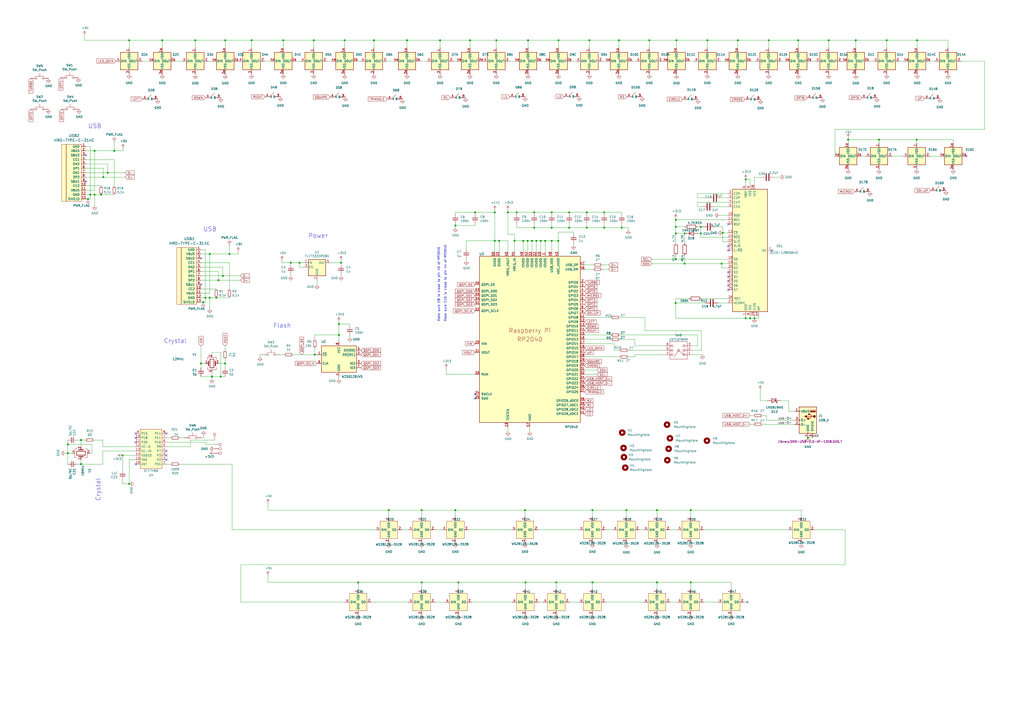
<source format=kicad_sch>
(kicad_sch (version 20231120) (generator "eeschema") (generator_version "8.0")
  (paper "A2")
  (junction (at 514.35 23.368))
  (junction (at 255.27 23.368))
  (junction (at 306.324 23.368))
  (junction (at 121.666 172.72))
  (junction (at 168.656 152.4))
  (junction (at 392.049 131.572))
  (junction (at 531.749 81.026))
  (junction (at 309.88 132.08))
  (junction (at 133.096 147.32))
  (junction (at 287.909 23.368))
  (junction (at 59.944 102.743))
  (junction (at 199.898 23.368))
  (junction (at 381.127 337.82))
  (junction (at 46.99 255.27))
  (junction (at 145.923 23.368))
  (junction (at 392.049 150.368))
  (junction (at 392.049 135.382))
  (junction (at 164.338 23.368))
  (junction (at 294.64 123.19))
  (junction (at 264.16 295.91))
  (junction (at 272.669 23.368))
  (junction (at 316.23 139.7))
  (junction (at 62.484 100.203))
  (junction (at 432.562 104.013))
  (junction (at 330.2 132.08))
  (junction (at 173.736 152.4))
  (junction (at 181.991 23.368))
  (junction (at 46.99 269.24))
  (junction (at 397.129 152.908))
  (junction (at 216.916 23.368))
  (junction (at 306.07 139.7))
  (junction (at 299.72 123.19))
  (junction (at 340.36 123.19))
  (junction (at 343.662 337.82))
  (junction (at 330.2 123.19))
  (junction (at 397.129 135.382))
  (junction (at 363.347 295.91))
  (junction (at 182.626 205.74))
  (junction (at 113.284 23.368))
  (junction (at 304.8 337.82))
  (junction (at 350.52 123.19))
  (junction (at 496.443 23.368))
  (junction (at 341.884 23.368))
  (junction (at 392.049 127.508))
  (junction (at 491.998 81.026))
  (junction (at 264.16 130.81))
  (junction (at 265.938 337.82))
  (junction (at 350.52 132.08))
  (junction (at 445.897 23.368))
  (junction (at 289.56 139.7))
  (junction (at 343.662 295.91))
  (junction (at 128.016 218.44))
  (junction (at 311.15 139.7))
  (junction (at 117.856 175.26))
  (junction (at 71.12 264.16))
  (junction (at 480.695 23.368))
  (junction (at 196.596 187.96))
  (junction (at 360.68 132.08))
  (junction (at 39.37 257.81))
  (junction (at 275.59 123.19))
  (junction (at 400.685 337.82))
  (junction (at 207.772 337.82))
  (junction (at 532.003 23.368))
  (junction (at 463.042 23.368))
  (junction (at 74.93 280.67))
  (junction (at 400.685 295.91))
  (junction (at 130.556 210.82))
  (junction (at 509.905 81.026))
  (junction (at 392.43 23.368))
  (junction (at 196.596 194.31))
  (junction (at 410.337 23.368))
  (junction (at 129.286 160.02))
  (junction (at 320.04 123.19))
  (junction (at 309.88 123.19))
  (junction (at 313.69 139.7))
  (junction (at 52.324 112.903))
  (junction (at 66.294 87.503))
  (junction (at 54.864 112.903))
  (junction (at 418.592 152.908))
  (junction (at 121.666 147.32))
  (junction (at 322.707 337.82))
  (junction (at 244.602 295.91))
  (junction (at 437.642 184.658))
  (junction (at 419.227 135.128))
  (junction (at 54.864 87.503))
  (junction (at 323.85 139.7))
  (junction (at 406.527 135.382))
  (junction (at 287.02 139.7))
  (junction (at 376.682 23.368))
  (junction (at 298.45 139.7))
  (junction (at 236.093 23.368))
  (junction (at 244.602 337.82))
  (junction (at 126.746 162.56))
  (junction (at 308.61 139.7))
  (junction (at 391.922 175.768))
  (junction (at 39.37 262.89))
  (junction (at 116.586 210.82))
  (junction (at 130.683 23.368))
  (junction (at 323.977 23.368))
  (junction (at 432.562 184.658))
  (junction (at 406.527 131.572))
  (junction (at 197.866 152.4))
  (junction (at 320.04 139.7))
  (junction (at 51.054 115.443))
  (junction (at 94.107 23.368))
  (junction (at 74.93 23.368))
  (junction (at 304.546 295.91))
  (junction (at 303.53 139.7))
  (junction (at 468.63 253.873))
  (junction (at 435.102 184.658))
  (junction (at 320.04 132.08))
  (junction (at 340.36 132.08))
  (junction (at 225.552 295.91))
  (junction (at 58.674 112.903))
  (junction (at 287.02 123.19))
  (junction (at 381.127 295.91))
  (junction (at 122.936 218.44))
  (junction (at 427.99 23.368))
  (junction (at 359.029 23.368))
  (junction (at 119.126 172.72))
  (junction (at 125.476 172.72))
  (no_connect (at 422.402 168.148))
  (no_connect (at 49.784 90.043))
  (no_connect (at 422.402 145.288))
  (no_connect (at 96.52 266.7))
  (no_connect (at 422.402 163.068))
  (no_connect (at 422.402 165.608))
  (no_connect (at 275.59 228.6))
  (no_connect (at 422.402 160.528))
  (no_connect (at 78.74 251.46))
  (no_connect (at 275.59 231.14))
  (no_connect (at 96.52 251.46))
  (no_connect (at 422.402 157.988))
  (no_connect (at 96.52 264.16))
  (no_connect (at 78.74 256.54))
  (no_connect (at 96.52 261.62))
  (no_connect (at 447.802 145.288))
  (no_connect (at 422.402 142.748))
  (no_connect (at 560.578 90.551))
  (no_connect (at 78.74 269.24))
  (no_connect (at 116.586 149.86))
  (no_connect (at 422.402 130.048))
  (no_connect (at 49.784 105.283))
  (no_connect (at 116.586 165.1))
  (no_connect (at 78.74 254))
  (no_connect (at 433.578 349.25))
  (wire (pts (xy 121.666 147.32) (xy 133.096 147.32)))
  (wire (pts (xy 435.102 104.013) (xy 432.562 104.013)))
  (wire (pts (xy 168.656 153.67) (xy 168.656 152.4)))
  (wire (pts (xy 66.294 87.503) (xy 71.374 87.503)))
  (wire (pts (xy 54.61 255.27) (xy 59.69 255.27)))
  (wire (pts (xy 440.182 184.658) (xy 437.642 184.658)))
  (wire (pts (xy 299.72 129.54) (xy 299.72 132.08)))
  (wire (pts (xy 53.34 257.81) (xy 39.37 257.81)))
  (wire (pts (xy 339.09 217.17) (xy 346.202 217.17)))
  (wire (pts (xy 340.36 124.46) (xy 340.36 123.19)))
  (wire (pts (xy 110.49 255.27) (xy 110.49 259.08)))
  (wire (pts (xy 445.135 232.41) (xy 440.944 232.41)))
  (wire (pts (xy 406.908 191.897) (xy 406.908 203.2)))
  (wire (pts (xy 491.998 80.137) (xy 491.998 81.026)))
  (wire (pts (xy 440.944 226.314) (xy 440.944 232.41)))
  (wire (pts (xy 435.102 104.013) (xy 435.102 107.188)))
  (wire (pts (xy 255.27 23.368) (xy 255.27 27.813)))
  (wire (pts (xy 350.52 129.54) (xy 350.52 132.08)))
  (wire (pts (xy 96.52 256.54) (xy 119.38 256.54)))
  (wire (pts (xy 116.586 157.48) (xy 126.746 157.48)))
  (wire (pts (xy 391.922 173.228) (xy 399.542 173.228)))
  (wire (pts (xy 339.09 207.01) (xy 359.41 207.01)))
  (wire (pts (xy 320.04 129.54) (xy 320.04 132.08)))
  (wire (pts (xy 120.904 35.433) (xy 123.063 35.433)))
  (wire (pts (xy 121.666 147.32) (xy 121.666 170.18)))
  (wire (pts (xy 71.12 264.16) (xy 71.12 273.05)))
  (wire (pts (xy 122.936 204.47) (xy 128.016 204.47)))
  (wire (pts (xy 289.56 139.7) (xy 289.56 146.05)))
  (wire (pts (xy 119.38 257.81) (xy 124.46 257.81)))
  (wire (pts (xy 422.402 135.128) (xy 419.227 135.128)))
  (wire (pts (xy 407.543 205.74) (xy 401.193 205.74)))
  (wire (pts (xy 404.876 135.382) (xy 406.527 135.382)))
  (wire (pts (xy 265.938 337.82) (xy 265.938 341.63)))
  (wire (pts (xy 199.898 23.368) (xy 216.916 23.368)))
  (wire (pts (xy 391.922 175.768) (xy 391.922 173.228)))
  (wire (pts (xy 101.727 35.433) (xy 105.664 35.433)))
  (wire (pts (xy 121.666 170.18) (xy 116.586 170.18)))
  (wire (pts (xy 320.04 146.05) (xy 320.04 139.7)))
  (wire (pts (xy 264.16 129.54) (xy 264.16 130.81)))
  (wire (pts (xy 49.022 20.574) (xy 49.022 23.368)))
  (wire (pts (xy 397.129 152.908) (xy 418.592 152.908)))
  (wire (pts (xy 391.922 184.658) (xy 391.922 175.768)))
  (wire (pts (xy 181.991 23.368) (xy 181.991 27.813)))
  (wire (pts (xy 52.07 262.89) (xy 53.34 262.89)))
  (wire (pts (xy 332.74 135.89) (xy 332.74 134.62)))
  (wire (pts (xy 54.864 110.363) (xy 49.784 110.363)))
  (wire (pts (xy 339.09 156.21) (xy 344.17 156.21)))
  (wire (pts (xy 287.909 23.368) (xy 306.324 23.368)))
  (wire (pts (xy 414.782 119.888) (xy 422.402 119.888)))
  (wire (pts (xy 392.049 126.873) (xy 392.049 127.508)))
  (wire (pts (xy 130.683 43.053) (xy 130.683 43.18)))
  (wire (pts (xy 406.527 135.382) (xy 406.527 137.668)))
  (wire (pts (xy 442.214 246.126) (xy 444.5 246.126)))
  (wire (pts (xy 216.916 23.368) (xy 236.093 23.368)))
  (wire (pts (xy 173.736 154.94) (xy 173.736 152.4)))
  (wire (pts (xy 182.626 205.74) (xy 183.896 205.74)))
  (wire (pts (xy 128.016 218.44) (xy 122.936 218.44)))
  (wire (pts (xy 164.338 23.368) (xy 164.338 27.813)))
  (wire (pts (xy 54.864 87.503) (xy 66.294 87.503)))
  (wire (pts (xy 504.063 35.433) (xy 506.73 35.433)))
  (wire (pts (xy 491.998 81.026) (xy 509.905 81.026)))
  (wire (pts (xy 113.284 27.813) (xy 113.284 23.368)))
  (wire (pts (xy 360.68 124.46) (xy 360.68 123.19)))
  (wire (pts (xy 350.52 124.46) (xy 350.52 123.19)))
  (wire (pts (xy 94.107 23.368) (xy 94.107 27.813)))
  (wire (pts (xy 197.866 158.75) (xy 197.866 160.02)))
  (wire (pts (xy 384.81 35.433) (xy 384.302 35.433)))
  (wire (pts (xy 359.41 184.15) (xy 374.142 184.15)))
  (wire (pts (xy 309.88 129.54) (xy 309.88 132.08)))
  (wire (pts (xy 126.746 210.82) (xy 130.556 210.82)))
  (wire (pts (xy 374.142 184.15) (xy 374.142 191.897)))
  (wire (pts (xy 116.586 167.64) (xy 125.476 167.64)))
  (wire (pts (xy 130.683 23.368) (xy 130.683 27.813)))
  (wire (pts (xy 182.626 196.85) (xy 182.626 194.31)))
  (wire (pts (xy 406.527 137.668) (xy 422.402 137.668)))
  (wire (pts (xy 225.552 295.91) (xy 225.552 299.72)))
  (wire (pts (xy 400.685 295.91) (xy 464.82 295.91)))
  (wire (pts (xy 59.69 269.24) (xy 46.99 269.24)))
  (wire (pts (xy 252.222 307.34) (xy 256.54 307.34)))
  (wire (pts (xy 340.36 129.54) (xy 340.36 132.08)))
  (wire (pts (xy 78.74 264.16) (xy 71.12 264.16)))
  (wire (pts (xy 116.586 162.56) (xy 126.746 162.56)))
  (wire (pts (xy 49.022 23.368) (xy 74.93 23.368)))
  (wire (pts (xy 54.864 119.253) (xy 54.864 112.903)))
  (wire (pts (xy 139.7 349.25) (xy 200.152 349.25)))
  (wire (pts (xy 363.347 315.341) (xy 363.347 314.96)))
  (wire (pts (xy 295.529 35.433) (xy 298.704 35.433)))
  (wire (pts (xy 118.11 254) (xy 116.84 254)))
  (wire (pts (xy 145.923 23.368) (xy 164.338 23.368)))
  (wire (pts (xy 368.3 205.74) (xy 385.953 205.74)))
  (wire (pts (xy 445.897 23.368) (xy 445.897 27.813)))
  (wire (pts (xy 364.49 132.08) (xy 364.49 133.35)))
  (wire (pts (xy 499.618 90.551) (xy 502.285 90.551)))
  (wire (pts (xy 197.866 151.13) (xy 197.866 152.4)))
  (wire (pts (xy 571.119 75.057) (xy 484.378 75.057)))
  (wire (pts (xy 437.642 102.743) (xy 437.642 107.188)))
  (wire (pts (xy 264.16 123.19) (xy 275.59 123.19)))
  (wire (pts (xy 339.09 214.63) (xy 346.329 214.63)))
  (wire (pts (xy 264.16 130.81) (xy 264.16 132.08)))
  (wire (pts (xy 72.644 102.743) (xy 59.944 102.743)))
  (wire (pts (xy 104.14 269.24) (xy 134.62 269.24)))
  (wire (pts (xy 130.683 23.368) (xy 145.923 23.368)))
  (wire (pts (xy 308.61 139.7) (xy 311.15 139.7)))
  (wire (pts (xy 176.276 152.4) (xy 173.736 152.4)))
  (wire (pts (xy 388.747 349.25) (xy 393.065 349.25)))
  (wire (pts (xy 298.45 139.7) (xy 298.45 135.89)))
  (wire (pts (xy 552.958 81.026) (xy 552.958 82.931)))
  (wire (pts (xy 432.562 184.658) (xy 391.922 184.658)))
  (wire (pts (xy 52.324 84.963) (xy 52.324 112.903)))
  (wire (pts (xy 400.685 295.91) (xy 400.685 299.72)))
  (wire (pts (xy 374.142 191.897) (xy 406.908 191.897)))
  (wire (pts (xy 303.53 139.7) (xy 306.07 139.7)))
  (wire (pts (xy 139.446 160.02) (xy 129.286 160.02)))
  (wire (pts (xy 74.93 23.368) (xy 74.93 27.813)))
  (wire (pts (xy 343.662 295.91) (xy 363.347 295.91)))
  (wire (pts (xy 509.905 81.026) (xy 509.905 82.931)))
  (wire (pts (xy 400.685 337.82) (xy 400.685 341.63)))
  (wire (pts (xy 46.99 255.27) (xy 49.53 255.27)))
  (wire (pts (xy 472.44 307.34) (xy 490.22 307.34)))
  (wire (pts (xy 309.88 124.46) (xy 309.88 123.19)))
  (wire (pts (xy 309.88 132.08) (xy 299.72 132.08)))
  (wire (pts (xy 404.622 112.268) (xy 404.622 114.808)))
  (wire (pts (xy 397.129 135.382) (xy 397.256 135.382)))
  (wire (pts (xy 312.42 349.25) (xy 315.087 349.25)))
  (wire (pts (xy 376.682 23.368) (xy 392.43 23.368)))
  (wire (pts (xy 134.62 307.34) (xy 217.932 307.34)))
  (wire (pts (xy 381.127 295.91) (xy 381.127 299.72)))
  (wire (pts (xy 49.784 92.583) (xy 66.294 92.583)))
  (wire (pts (xy 349.25 156.21) (xy 353.06 156.21)))
  (wire (pts (xy 129.286 154.94) (xy 129.286 160.02)))
  (wire (pts (xy 496.443 23.368) (xy 514.35 23.368)))
  (wire (pts (xy 427.99 23.368) (xy 427.99 27.813)))
  (wire (pts (xy 122.936 205.74) (xy 122.936 204.47)))
  (wire (pts (xy 196.596 187.96) (xy 202.946 187.96)))
  (wire (pts (xy 196.596 218.44) (xy 196.596 219.71)))
  (wire (pts (xy 431.8 349.25) (xy 433.578 349.25)))
  (wire (pts (xy 368.3 200.66) (xy 385.953 200.66)))
  (wire (pts (xy 39.37 262.89) (xy 38.1 262.89)))
  (wire (pts (xy 407.162 173.228) (xy 422.402 173.228)))
  (wire (pts (xy 258.826 217.17) (xy 275.59 217.17)))
  (wire (pts (xy 196.596 194.31) (xy 196.596 187.96)))
  (wire (pts (xy 422.402 117.348) (xy 404.622 117.348)))
  (wire (pts (xy 437.642 184.658) (xy 435.102 184.658)))
  (wire (pts (xy 272.669 23.368) (xy 272.669 27.813)))
  (wire (pts (xy 119.126 144.78) (xy 119.126 172.72)))
  (wire (pts (xy 437.134 241.046) (xy 435.102 241.046)))
  (wire (pts (xy 294.64 123.19) (xy 299.72 123.19)))
  (wire (pts (xy 271.78 307.34) (xy 296.926 307.34)))
  (wire (pts (xy 202.946 194.31) (xy 202.946 195.58)))
  (wire (pts (xy 397.129 148.463) (xy 397.129 152.908)))
  (wire (pts (xy 378.079 150.368) (xy 392.049 150.368)))
  (wire (pts (xy 339.09 184.15) (xy 354.33 184.15)))
  (wire (pts (xy 116.586 160.02) (xy 129.286 160.02)))
  (wire (pts (xy 121.666 172.72) (xy 125.476 172.72)))
  (wire (pts (xy 359.029 23.368) (xy 359.029 27.813)))
  (wire (pts (xy 360.68 132.08) (xy 364.49 132.08)))
  (wire (pts (xy 408.305 307.34) (xy 457.2 307.34)))
  (wire (pts (xy 368.3 196.85) (xy 368.3 200.66)))
  (wire (pts (xy 435.61 35.433) (xy 438.277 35.433)))
  (wire (pts (xy 313.69 139.7) (xy 316.23 139.7)))
  (wire (pts (xy 153.543 35.433) (xy 156.718 35.433)))
  (wire (pts (xy 270.51 144.78) (xy 270.51 139.7)))
  (wire (pts (xy 62.484 95.123) (xy 62.484 100.203)))
  (wire (pts (xy 490.22 307.34) (xy 490.22 327.66)))
  (wire (pts (xy 255.27 23.368) (xy 272.669 23.368)))
  (wire (pts (xy 130.556 218.44) (xy 128.016 218.44)))
  (wire (pts (xy 49.784 107.823) (xy 58.674 107.823)))
  (wire (pts (xy 41.91 262.89) (xy 39.37 262.89)))
  (wire (pts (xy 155.448 337.82) (xy 207.772 337.82)))
  (wire (pts (xy 99.06 254) (xy 96.52 254)))
  (wire (pts (xy 39.37 269.24) (xy 39.37 262.89)))
  (wire (pts (xy 330.2 123.19) (xy 340.36 123.19)))
  (wire (pts (xy 491.998 81.026) (xy 491.998 82.931)))
  (wire (pts (xy 419.227 140.208) (xy 422.402 140.208)))
  (wire (pts (xy 332.74 140.97) (xy 332.74 142.24)))
  (wire (pts (xy 275.59 123.19) (xy 287.02 123.19)))
  (wire (pts (xy 392.049 148.463) (xy 392.049 150.368)))
  (wire (pts (xy 410.337 23.368) (xy 410.337 27.813)))
  (wire (pts (xy 119.126 172.72) (xy 119.126 175.26)))
  (wire (pts (xy 381.127 315.341) (xy 381.127 314.96)))
  (wire (pts (xy 330.2 129.54) (xy 330.2 132.08)))
  (wire (pts (xy 191.516 152.4) (xy 197.866 152.4)))
  (wire (pts (xy 59.69 259.08) (xy 78.74 259.08)))
  (wire (pts (xy 470.662 35.433) (xy 473.075 35.433)))
  (wire (pts (xy 311.15 139.7) (xy 313.69 139.7)))
  (wire (pts (xy 270.51 149.86) (xy 270.51 151.13)))
  (wire (pts (xy 116.586 154.94) (xy 129.286 154.94)))
  (wire (pts (xy 320.04 139.7) (xy 323.85 139.7)))
  (wire (pts (xy 366.649 35.433) (xy 369.062 35.433)))
  (wire (pts (xy 272.669 23.368) (xy 287.909 23.368)))
  (wire (pts (xy 309.88 132.08) (xy 320.04 132.08)))
  (wire (pts (xy 139.7 327.66) (xy 139.7 349.25)))
  (wire (pts (xy 306.324 23.368) (xy 323.977 23.368)))
  (wire (pts (xy 134.62 269.24) (xy 134.62 307.34)))
  (wire (pts (xy 133.096 172.72) (xy 125.476 172.72)))
  (wire (pts (xy 168.656 152.4) (xy 173.736 152.4)))
  (wire (pts (xy 404.622 200.66) (xy 401.193 200.66)))
  (wire (pts (xy 145.923 23.368) (xy 145.923 27.813)))
  (wire (pts (xy 74.93 266.7) (xy 74.93 280.67)))
  (wire (pts (xy 202.946 187.96) (xy 202.946 189.23)))
  (wire (pts (xy 78.74 266.7) (xy 74.93 266.7)))
  (wire (pts (xy 392.049 127.508) (xy 392.049 131.572)))
  (wire (pts (xy 119.126 210.82) (xy 116.586 210.82)))
  (wire (pts (xy 119.126 175.26) (xy 117.856 175.26)))
  (wire (pts (xy 287.02 123.19) (xy 287.02 139.7)))
  (wire (pts (xy 181.991 23.368) (xy 199.898 23.368)))
  (wire (pts (xy 116.586 210.82) (xy 116.586 213.36)))
  (wire (pts (xy 392.43 23.368) (xy 392.43 27.813)))
  (wire (pts (xy 130.556 210.82) (xy 130.556 208.28)))
  (wire (pts (xy 243.713 35.433) (xy 247.65 35.433)))
  (wire (pts (xy 419.227 131.572) (xy 419.227 135.128)))
  (wire (pts (xy 388.747 307.34) (xy 393.065 307.34)))
  (wire (pts (xy 313.944 35.433) (xy 316.357 35.433)))
  (wire (pts (xy 517.525 90.551) (xy 524.129 90.551)))
  (wire (pts (xy 400.05 35.433) (xy 402.717 35.433)))
  (wire (pts (xy 130.556 210.82) (xy 130.556 213.36)))
  (wire (pts (xy 54.864 87.503) (xy 54.864 110.363)))
  (wire (pts (xy 496.443 23.368) (xy 496.443 27.813)))
  (wire (pts (xy 262.89 35.433) (xy 265.049 35.433)))
  (wire (pts (xy 183.896 162.56) (xy 183.896 165.1)))
  (wire (pts (xy 496.443 43.053) (xy 496.443 43.18)))
  (wire (pts (xy 406.527 131.572) (xy 406.527 135.382)))
  (wire (pts (xy 59.69 255.27) (xy 59.69 259.08)))
  (wire (pts (xy 463.042 23.368) (xy 463.042 27.813)))
  (wire (pts (xy 418.592 152.908) (xy 422.402 152.908)))
  (wire (pts (xy 168.656 158.75) (xy 168.656 160.02)))
  (wire (pts (xy 116.586 152.4) (xy 133.096 152.4)))
  (wire (pts (xy 509.905 81.026) (xy 531.749 81.026)))
  (wire (pts (xy 106.68 254) (xy 104.14 254)))
  (wire (pts (xy 287.02 139.7) (xy 289.56 139.7)))
  (wire (pts (xy 356.362 199.39) (xy 356.362 203.2)))
  (wire (pts (xy 309.88 123.19) (xy 320.04 123.19)))
  (wire (pts (xy 133.096 152.4) (xy 133.096 167.64)))
  (wire (pts (xy 343.662 295.91) (xy 343.662 299.72)))
  (wire (pts (xy 244.602 295.91) (xy 264.16 295.91)))
  (wire (pts (xy 322.707 337.82) (xy 343.662 337.82)))
  (wire (pts (xy 171.958 35.433) (xy 174.371 35.433)))
  (wire (pts (xy 461.01 246.253) (xy 444.5 246.253)))
  (wire (pts (xy 264.16 124.46) (xy 264.16 123.19)))
  (wire (pts (xy 116.586 144.78) (xy 119.126 144.78)))
  (wire (pts (xy 427.99 23.368) (xy 445.897 23.368)))
  (wire (pts (xy 304.546 295.91) (xy 343.662 295.91)))
  (wire (pts (xy 424.18 337.82) (xy 424.18 341.63)))
  (wire (pts (xy 139.446 162.56) (xy 126.746 162.56)))
  (wire (pts (xy 463.042 23.368) (xy 480.695 23.368)))
  (wire (pts (xy 308.61 146.05) (xy 308.61 139.7)))
  (wire (pts (xy 415.036 131.572) (xy 419.227 131.572)))
  (wire (pts (xy 130.556 203.2) (xy 130.556 200.66)))
  (wire (pts (xy 351.282 307.34) (xy 355.727 307.34)))
  (wire (pts (xy 150.876 205.74) (xy 152.146 205.74)))
  (wire (pts (xy 441.452 102.743) (xy 437.642 102.743)))
  (wire (pts (xy 264.16 295.91) (xy 264.16 299.72)))
  (wire (pts (xy 435.102 184.658) (xy 435.102 183.388)))
  (wire (pts (xy 287.909 23.368) (xy 287.909 27.813)))
  (wire (pts (xy 117.856 175.26) (xy 116.586 175.26)))
  (wire (pts (xy 406.527 131.572) (xy 407.416 131.572)))
  (wire (pts (xy 224.536 35.433) (xy 228.473 35.433)))
  (wire (pts (xy 196.596 187.96) (xy 196.596 186.69)))
  (wire (pts (xy 51.054 115.443) (xy 49.784 115.443)))
  (wire (pts (xy 464.82 315.214) (xy 464.82 314.96)))
  (wire (pts (xy 392.049 127.508) (xy 422.402 127.508)))
  (wire (pts (xy 46.99 259.08) (xy 46.99 255.27)))
  (wire (pts (xy 74.93 23.368) (xy 94.107 23.368)))
  (wire (pts (xy 49.784 87.503) (xy 54.864 87.503)))
  (wire (pts (xy 110.49 259.08) (xy 96.52 259.08)))
  (wire (pts (xy 66.294 82.423) (xy 66.294 87.503)))
  (wire (pts (xy 53.34 262.89) (xy 53.34 257.81)))
  (wire (pts (xy 404.622 117.348) (xy 404.622 119.888)))
  (wire (pts (xy 480.695 23.368) (xy 496.443 23.368)))
  (wire (pts (xy 404.876 131.572) (xy 406.527 131.572)))
  (wire (pts (xy 341.884 23.368) (xy 341.884 27.813)))
  (wire (pts (xy 294.64 135.89) (xy 294.64 123.19)))
  (wire (pts (xy 363.347 295.91) (xy 363.347 299.72)))
  (wire (pts (xy 349.504 35.433) (xy 351.409 35.433)))
  (wire (pts (xy 46.99 269.24) (xy 44.45 269.24)))
  (wire (pts (xy 406.908 203.2) (xy 401.193 203.2)))
  (wire (pts (xy 400.685 337.82) (xy 424.18 337.82)))
  (wire (pts (xy 113.284 43.053) (xy 113.284 43.18)))
  (wire (pts (xy 488.823 35.433) (xy 488.315 35.433)))
  (wire (pts (xy 304.546 295.91) (xy 304.546 299.72)))
  (wire (pts (xy 265.938 337.82) (xy 304.8 337.82)))
  (wire (pts (xy 452.755 232.41) (xy 457.454 232.41)))
  (wire (pts (xy 182.626 194.31) (xy 196.596 194.31)))
  (wire (pts (xy 339.09 194.31) (xy 354.33 194.31)))
  (wire (pts (xy 82.55 35.433) (xy 86.487 35.433)))
  (wire (pts (xy 521.97 35.433) (xy 524.383 35.433)))
  (wire (pts (xy 381.127 337.82) (xy 400.685 337.82)))
  (wire (pts (xy 197.866 152.4) (xy 197.866 153.67)))
  (wire (pts (xy 116.586 172.72) (xy 119.126 172.72)))
  (wire (pts (xy 275.59 130.81) (xy 275.59 129.54)))
  (wire (pts (xy 418.592 152.908) (xy 418.592 155.448)))
  (wire (pts (xy 432.562 184.658) (xy 435.102 184.658)))
  (wire (pts (xy 323.977 23.368) (xy 323.977 27.813)))
  (wire (pts (xy 52.324 112.903) (xy 52.324 115.443)))
  (wire (pts (xy 419.227 135.128) (xy 419.227 140.208)))
  (wire (pts (xy 359.41 194.31) (xy 404.622 194.31)))
  (wire (pts (xy 404.622 194.31) (xy 404.622 200.66)))
  (wire (pts (xy 464.82 295.91) (xy 464.82 299.72)))
  (wire (pts (xy 444.5 246.253) (xy 444.5 246.126)))
  (wire (pts (xy 359.029 23.368) (xy 376.682 23.368)))
  (wire (pts (xy 155.448 295.91) (xy 225.552 295.91)))
  (wire (pts (xy 444.627 243.713) (xy 444.627 241.046)))
  (wire (pts (xy 244.602 337.82) (xy 244.602 341.63)))
  (wire (pts (xy 392.43 23.368) (xy 410.337 23.368)))
  (wire (pts (xy 182.626 201.93) (xy 182.626 205.74)))
  (wire (pts (xy 49.784 100.203) (xy 62.484 100.203)))
  (wire (pts (xy 313.69 146.05) (xy 313.69 139.7)))
  (wire (pts (xy 207.518 35.433) (xy 209.296 35.433)))
  (wire (pts (xy 49.784 97.663) (xy 59.944 97.663)))
  (wire (pts (xy 306.07 139.7) (xy 308.61 139.7)))
  (wire (pts (xy 304.8 337.82) (xy 322.707 337.82)))
  (wire (pts (xy 138.176 147.32) (xy 138.176 146.05)))
  (wire (pts (xy 49.784 84.963) (xy 52.324 84.963)))
  (wire (pts (xy 258.826 213.868) (xy 258.826 217.17)))
  (wire (pts (xy 378.079 152.908) (xy 397.129 152.908)))
  (wire (pts (xy 360.68 129.54) (xy 360.68 132.08)))
  (wire (pts (xy 307.34 247.65) (xy 307.34 250.19)))
  (wire (pts (xy 124.46 255.27) (xy 110.49 255.27)))
  (wire (pts (xy 339.09 196.85) (xy 354.33 196.85)))
  (wire (pts (xy 490.22 327.66) (xy 139.7 327.66)))
  (wire (pts (xy 392.049 131.572) (xy 392.049 135.382)))
  (wire (pts (xy 408.305 349.25) (xy 416.56 349.25)))
  (wire (pts (xy 312.166 307.34) (xy 336.042 307.34)))
  (wire (pts (xy 455.422 35.433) (xy 453.517 35.433)))
  (wire (pts (xy 207.772 337.82) (xy 207.772 341.63)))
  (wire (pts (xy 311.15 146.05) (xy 311.15 139.7)))
  (wire (pts (xy 531.749 81.026) (xy 531.749 82.931)))
  (wire (pts (xy 133.096 147.32) (xy 138.176 147.32)))
  (wire (pts (xy 532.003 23.368) (xy 549.91 23.368)))
  (wire (pts (xy 225.552 295.91) (xy 244.602 295.91)))
  (wire (pts (xy 118.11 252.73) (xy 118.11 254)))
  (wire (pts (xy 356.362 203.2) (xy 359.41 203.2)))
  (wire (pts (xy 294.64 247.65) (xy 294.64 250.19)))
  (wire (pts (xy 445.897 23.368) (xy 463.042 23.368)))
  (wire (pts (xy 71.374 87.503) (xy 71.374 86.233)))
  (wire (pts (xy 417.322 124.968) (xy 422.402 124.968)))
  (wire (pts (xy 350.52 123.19) (xy 360.68 123.19)))
  (wire (pts (xy 422.402 112.268) (xy 404.622 112.268)))
  (wire (pts (xy 437.134 246.126) (xy 435.102 246.126)))
  (wire (pts (xy 304.8 337.82) (xy 304.8 341.63)))
  (wire (pts (xy 449.072 102.743) (xy 452.247 102.743)))
  (wire (pts (xy 298.45 146.05) (xy 298.45 139.7)))
  (wire (pts (xy 409.067 175.768) (xy 391.922 175.768)))
  (wire (pts (xy 116.586 200.66) (xy 116.586 210.82)))
  (wire (pts (xy 287.02 139.7) (xy 287.02 146.05)))
  (wire (pts (xy 122.936 215.9) (xy 122.936 218.44)))
  (wire (pts (xy 440.182 183.388) (xy 440.182 184.658)))
  (wire (pts (xy 66.294 112.903) (xy 58.674 112.903)))
  (wire (pts (xy 49.784 112.903) (xy 52.324 112.903)))
  (wire (pts (xy 376.682 23.368) (xy 376.682 27.813)))
  (wire (pts (xy 133.096 142.24) (xy 133.096 147.32)))
  (wire (pts (xy 39.37 255.27) (xy 39.37 257.81)))
  (wire (pts (xy 323.977 23.368) (xy 341.884 23.368)))
  (wire (pts (xy 119.126 172.72) (xy 121.666 172.72)))
  (wire (pts (xy 368.3 205.74) (xy 368.3 207.01)))
  (wire (pts (xy 349.25 153.67) (xy 353.06 153.67)))
  (wire (pts (xy 480.695 23.368) (xy 480.695 27.813)))
  (wire (pts (xy 244.602 337.82) (xy 265.938 337.82)))
  (wire (pts (xy 531.749 81.026) (xy 552.958 81.026)))
  (wire (pts (xy 363.347 295.91) (xy 381.127 295.91)))
  (wire (pts (xy 350.52 132.08) (xy 360.68 132.08)))
  (wire (pts (xy 432.562 104.013) (xy 432.562 107.188)))
  (wire (pts (xy 539.369 90.551) (xy 545.338 90.551)))
  (wire (pts (xy 298.45 139.7) (xy 303.53 139.7)))
  (wire (pts (xy 400.685 315.214) (xy 400.685 314.96)))
  (wire (pts (xy 273.558 349.25) (xy 297.18 349.25)))
  (wire (pts (xy 532.003 23.368) (xy 532.003 27.813)))
  (wire (pts (xy 468.63 253.873) (xy 471.17 253.873)))
  (wire (pts (xy 196.596 194.31) (xy 196.596 198.12)))
  (wire (pts (xy 370.967 307.34) (xy 373.507 307.34)))
  (wire (pts (xy 437.642 183.388) (xy 437.642 184.658)))
  (wire (pts (xy 244.602 295.91) (xy 244.602 299.72)))
  (wire (pts (xy 294.64 121.92) (xy 294.64 123.19)))
  (wire (pts (xy 320.04 132.08) (xy 330.2 132.08)))
  (wire (pts (xy 270.51 139.7) (xy 287.02 139.7)))
  (wire (pts (xy 264.16 295.91) (xy 304.546 295.91)))
  (wire (pts (xy 155.448 292.1) (xy 155.448 295.91)))
  (wire (pts (xy 52.324 115.443) (xy 51.054 115.443)))
  (wire (pts (xy 72.644 100.203) (xy 62.484 100.203)))
  (wire (pts (xy 299.72 123.19) (xy 309.88 123.19)))
  (wire (pts (xy 163.576 152.4) (xy 163.576 151.13)))
  (wire (pts (xy 320.04 124.46) (xy 320.04 123.19)))
  (wire (pts (xy 364.49 203.2) (xy 385.953 203.2)))
  (wire (pts (xy 457.454 238.633) (xy 461.01 238.633)))
  (wire (pts (xy 116.586 218.44) (xy 122.936 218.44)))
  (wire (pts (xy 331.597 35.433) (xy 334.264 35.433)))
  (wire (pts (xy 74.93 280.67) (xy 71.12 280.67)))
  (wire (pts (xy 294.64 139.7) (xy 294.64 146.05)))
  (wire (pts (xy 49.784 102.743) (xy 59.944 102.743)))
  (wire (pts (xy 54.864 112.903) (xy 58.674 112.903)))
  (wire (pts (xy 341.884 23.368) (xy 359.029 23.368)))
  (wire (pts (xy 59.69 269.24) (xy 59.69 261.62)))
  (wire (pts (xy 116.586 147.32) (xy 121.666 147.32)))
  (wire (pts (xy 514.35 23.368) (xy 532.003 23.368)))
  (wire (pts (xy 381.127 337.82) (xy 381.127 341.63)))
  (wire (pts (xy 316.23 146.05) (xy 316.23 139.7)))
  (wire (pts (xy 59.944 97.663) (xy 59.944 102.743)))
  (wire (pts (xy 216.916 23.368) (xy 216.916 27.813)))
  (wire (pts (xy 215.392 349.25) (xy 236.982 349.25)))
  (wire (pts (xy 164.338 23.368) (xy 181.991 23.368)))
  (wire (pts (xy 330.2 124.46) (xy 330.2 123.19)))
  (wire (pts (xy 316.23 139.7) (xy 320.04 139.7)))
  (wire (pts (xy 39.37 257.81) (xy 39.37 262.89)))
  (wire (pts (xy 340.36 132.08) (xy 350.52 132.08)))
  (wire (pts (xy 364.49 207.01) (xy 368.3 207.01)))
  (wire (pts (xy 94.107 23.368) (xy 113.284 23.368)))
  (wire (pts (xy 150.876 207.01) (xy 150.876 205.74)))
  (wire (pts (xy 571.119 35.433) (xy 571.119 75.057)))
  (wire (pts (xy 330.327 349.25) (xy 336.042 349.25)))
  (wire (pts (xy 539.623 35.433) (xy 542.29 35.433)))
  (wire (pts (xy 303.53 146.05) (xy 303.53 139.7)))
  (wire (pts (xy 71.12 280.67) (xy 71.12 278.13)))
  (wire (pts (xy 322.707 337.82) (xy 322.707 341.63)))
  (wire (pts (xy 275.59 124.46) (xy 275.59 123.19)))
  (wire (pts (xy 252.222 349.25) (xy 258.318 349.25)))
  (wire (pts (xy 444.627 241.046) (xy 442.214 241.046)))
  (wire (pts (xy 457.454 232.41) (xy 457.454 238.633)))
  (wire (pts (xy 323.85 139.7) (xy 323.85 146.05)))
  (wire (pts (xy 404.622 119.888) (xy 407.162 119.888)))
  (wire (pts (xy 176.276 154.94) (xy 173.736 154.94)))
  (wire (pts (xy 339.09 153.67) (xy 344.17 153.67)))
  (wire (pts (xy 122.936 218.44) (xy 122.936 219.71)))
  (wire (pts (xy 163.576 152.4) (xy 168.656 152.4)))
  (wire (pts (xy 418.592 155.448) (xy 422.402 155.448)))
  (wire (pts (xy 514.35 23.368) (xy 514.35 27.813)))
  (wire (pts (xy 392.049 135.382) (xy 392.049 140.843)))
  (wire (pts (xy 169.926 205.74) (xy 182.626 205.74)))
  (wire (pts (xy 323.85 134.62) (xy 323.85 139.7)))
  (wire (pts (xy 417.957 35.433) (xy 420.37 35.433)))
  (wire (pts (xy 298.45 135.89) (xy 294.64 135.89)))
  (wire (pts (xy 410.337 23.368) (xy 427.99 23.368)))
  (wire (pts (xy 46.99 255.27) (xy 44.45 255.27)))
  (wire (pts (xy 418.592 114.808) (xy 422.402 114.808)))
  (wire (pts (xy 330.2 132.08) (xy 340.36 132.08)))
  (wire (pts (xy 264.16 130.81) (xy 275.59 130.81)))
  (wire (pts (xy 320.04 123.19) (xy 330.2 123.19)))
  (wire (pts (xy 236.093 23.368) (xy 255.27 23.368)))
  (wire (pts (xy 113.284 23.368) (xy 130.683 23.368)))
  (wire (pts (xy 99.06 269.24) (xy 96.52 269.24)))
  (wire (pts (xy 549.91 23.368) (xy 549.91 27.813)))
  (wire (pts (xy 299.72 124.46) (xy 299.72 123.19)))
  (wire (pts (xy 207.772 337.82) (xy 244.602 337.82)))
  (wire (pts (xy 557.53 35.433) (xy 571.119 35.433)))
  (wire (pts (xy 397.129 135.382) (xy 397.129 140.843)))
  (wire (pts (xy 289.56 139.7) (xy 294.64 139.7)))
  (wire (pts (xy 59.69 261.62) (xy 78.74 261.62)))
  (wire (pts (xy 233.172 307.34) (xy 236.982 307.34)))
  (wire (pts (xy 343.662 337.82) (xy 343.662 341.63)))
  (wire (pts (xy 323.85 134.62) (xy 332.74 134.62)))
  (wire (pts (xy 199.898 27.813) (xy 199.898 23.368)))
  (wire (pts (xy 343.662 337.82) (xy 381.127 337.82)))
  (wire (pts (xy 46.99 266.7) (xy 46.99 269.24)))
  (wire (pts (xy 236.093 23.368) (xy 236.093 27.813)))
  (wire (pts (xy 306.07 146.05) (xy 306.07 139.7)))
  (wire (pts (xy 432.562 184.658) (xy 432.562 183.388)))
  (wire (pts (xy 444.627 243.713) (xy 461.01 243.713)))
  (wire (pts (xy 484.378 75.057) (xy 484.378 90.551)))
  (wire (pts (xy 119.38 256.54) (xy 119.38 257.81)))
  (wire (pts (xy 52.324 112.903) (xy 54.864 112.903)))
  (wire (pts (xy 392.049 150.368) (xy 422.402 150.368)))
  (wire (pts (xy 306.324 23.368) (xy 306.324 27.813)))
  (wire (pts (xy 339.09 199.39) (xy 356.362 199.39)))
  (wire (pts (xy 392.43 43.053) (xy 392.43 43.18)))
  (wire (pts (xy 155.448 334.01) (xy 155.448 337.82)))
  (wire (pts (xy 340.36 123.19) (xy 350.52 123.19)))
  (wire (pts (xy 392.049 135.382) (xy 397.129 135.382)))
  (wire (pts (xy 416.687 175.768) (xy 422.402 175.768)))
  (wire (pts (xy 287.02 121.92) (xy 287.02 123.19)))
  (wire (pts (xy 392.049 131.572) (xy 397.256 131.572)))
  (wire (pts (xy 121.666 179.07) (xy 121.666 172.72)))
  (wire (pts (xy 49.784 95.123) (xy 62.484 95.123)))
  (wire (pts (xy 162.306 205.74) (xy 164.846 205.74)))
  (wire (pts (xy 359.41 196.85) (xy 368.3 196.85)))
  (wire (pts (xy 381.127 295.91) (xy 400.685 295.91)))
  (wire (pts (xy 351.282 349.25) (xy 373.507 349.25)))
  (wire (pts (xy 189.611 35.433) (xy 192.278 35.433)))
  (wire (pts (xy 128.016 204.47) (xy 128.016 218.44)))
  (wire (pts (xy 126.746 157.48) (xy 126.746 162.56)))
  (wire (pts (xy 66.294 92.583) (xy 66.294 107.823)))
  (wire (pts (xy 404.622 114.808) (xy 410.972 114.808)))
  (text "USB" (at 51.054 74.803 0) (effects (font (size 2.54 2.54)) (justify left bottom)))
  (text "Make sure C10 is close to pin 44 of RP2040" (at 259.08 186.69 90) (effects (font (size 1.27 1.27)) (justify left bottom)))
  (text "Crystal" (at 94.996 199.39 0) (effects (font (size 2.54 2.54)) (justify left bottom)))
  (text "Flash" (at 158.496 190.5 0) (effects (font (size 2.54 2.54)) (justify left bottom)))
  (text "USB" (at 117.856 134.62 0) (effects (font (size 2.54 2.54)) (justify left bottom)))
  (text "Power" (at 178.816 138.43 0) (effects (font (size 2.54 2.54)) (justify left bottom)))
  (text "Crystal" (at 58.42 290.83 90) (effects (font (size 2.54 2.54)) (justify left bottom)))
  (text "Make sure C8 is close to pin 45 of RP2040" (at 255.27 186.69 90) (effects (font (size 1.27 1.27)) (justify left bottom)))
  (label "usb-D+" (at 459.359 243.713 180))
  (label "GND" (at 470.916 253.873 0))
  (label "usb-D-" (at 459.359 246.253 180))
  (global_label "SDA" (shape input) (at 346.329 214.63 0) (property "Intersheetrefs" "${INTERSHEET_REFS}" (effects (hide yes))))
  (global_label "SQUARE" (shape input) (at 191.516 56.261 180) (property "Intersheetrefs" "${INTERSHEET_REFS}" (effects (hide yes))) (property "插入图纸页参考" "${INTERSHEET_REFS}" (effects (hide yes))))
  (global_label "CIRCLE" (shape input) (at 339.09 224.79 0) (property "Intersheetrefs" "${INTERSHEET_REFS}" (effects (hide yes))) (property "插入图纸页参考" "${INTERSHEET_REFS}" (effects (hide yes))))
  (global_label "D+" (shape input) (at 72.644 102.743 0) (property "Intersheetrefs" "${INTERSHEET_REFS}" (effects (hide yes))) (property "插入图纸页参考" "${INTERSHEET_REFS}" (effects (hide yes))))
  (global_label "XIN" (shape input) (at 116.586 200.66 90) (property "Intersheetrefs" "${INTERSHEET_REFS}" (effects (hide yes))) (property "插入图纸页参考" "${INTERSHEET_REFS}" (effects (hide yes))))
  (global_label "TRIANGLE" (shape input) (at 224.663 57.404 180) (property "Intersheetrefs" "${INTERSHEET_REFS}" (effects (hide yes))) (property "插入图纸页参考" "${INTERSHEET_REFS}" (effects (hide yes))))
  (global_label "CROSS" (shape input) (at 339.09 212.09 0) (property "Intersheetrefs" "${INTERSHEET_REFS}" (effects (hide yes))) (property "插入图纸页参考" "${INTERSHEET_REFS}" (effects (hide yes))))
  (global_label "L2" (shape input) (at 327.152 56.007 180) (property "Intersheetrefs" "${INTERSHEET_REFS}" (effects (hide yes))) (property "插入图纸页参考" "${INTERSHEET_REFS}" (effects (hide yes))))
  (global_label "MICRO1" (shape input) (at 339.09 171.45 0) (property "Intersheetrefs" "${INTERSHEET_REFS}" (effects (hide yes))) (property "插入图纸页参考" "${INTERSHEET_REFS}" (effects (hide yes))))
  (global_label "XIN" (shape input) (at 275.59 199.39 180) (property "Intersheetrefs" "${INTERSHEET_REFS}" (effects (hide yes))) (property "插入图纸页参考" "${INTERSHEET_REFS}" (effects (hide yes))))
  (global_label "OPT1" (shape input) (at 339.09 179.07 0) (property "Intersheetrefs" "${INTERSHEET_REFS}" (effects (hide yes))) (property "插入图纸页参考" "${INTERSHEET_REFS}" (effects (hide yes))))
  (global_label "TRIANGLE" (shape input) (at 339.09 227.33 0) (property "Intersheetrefs" "${INTERSHEET_REFS}" (effects (hide yes))) (property "插入图纸页参考" "${INTERSHEET_REFS}" (effects (hide yes))))
  (global_label "OPT5" (shape input) (at 499.872 56.642 180) (property "Intersheetrefs" "${INTERSHEET_REFS}" (effects (hide yes))) (property "插入图纸页参考" "${INTERSHEET_REFS}" (effects (hide yes))))
  (global_label "QSPI_SD0" (shape input) (at 275.59 168.91 180) (property "Intersheetrefs" "${INTERSHEET_REFS}" (effects (hide yes))) (property "插入图纸页参考" "${INTERSHEET_REFS}" (effects (hide yes))))
  (global_label "DDI_UP" (shape input) (at 339.09 181.61 0) (property "Intersheetrefs" "${INTERSHEET_REFS}" (effects (hide yes))) (property "插入图纸页参考" "${INTERSHEET_REFS}" (effects (hide yes))))
  (global_label "LEFT" (shape input) (at 339.09 186.69 0) (property "Intersheetrefs" "${INTERSHEET_REFS}" (effects (hide yes))) (property "插入图纸页参考" "${INTERSHEET_REFS}" (effects (hide yes))))
  (global_label "OPT3" (shape input) (at 339.09 173.99 0) (property "Intersheetrefs" "${INTERSHEET_REFS}" (effects (hide yes))) (property "插入图纸页参考" "${INTERSHEET_REFS}" (effects (hide yes))))
  (global_label "OPT5" (shape input) (at 339.09 168.91 0) (property "Intersheetrefs" "${INTERSHEET_REFS}" (effects (hide yes))) (property "插入图纸页参考" "${INTERSHEET_REFS}" (effects (hide yes))))
  (global_label "D-" (shape input) (at 353.06 156.21 0) (property "Intersheetrefs" "${INTERSHEET_REFS}" (effects (hide yes))) (property "插入图纸页参考" "${INTERSHEET_REFS}" (effects (hide yes))))
  (global_label "TURBO" (shape input) (at 17.907 45.466 270) (property "Intersheetrefs" "${INTERSHEET_REFS}" (effects (hide yes))) (property "插入图纸页参考" "${INTERSHEET_REFS}" (effects (hide yes))))
  (global_label "QSPI_SD0" (shape input) (at 209.296 203.2 0) (property "Intersheetrefs" "${INTERSHEET_REFS}" (effects (hide yes))) (property "插入图纸页参考" "${INTERSHEET_REFS}" (effects (hide yes))))
  (global_label "D-" (shape input) (at 72.644 100.203 0) (property "Intersheetrefs" "${INTERSHEET_REFS}" (effects (hide yes))) (property "插入图纸页参考" "${INTERSHEET_REFS}" (effects (hide yes))))
  (global_label "OPT2" (shape input) (at 339.09 176.53 0) (property "Intersheetrefs" "${INTERSHEET_REFS}" (effects (hide yes))) (property "插入图纸页参考" "${INTERSHEET_REFS}" (effects (hide yes))))
  (global_label "R2" (shape input) (at 363.601 56.134 180) (property "Intersheetrefs" "${INTERSHEET_REFS}" (effects (hide yes))) (property "插入图纸页参考" "${INTERSHEET_REFS}" (effects (hide yes))))
  (global_label "RIGHT" (shape input) (at 339.09 191.77 0) (property "Intersheetrefs" "${INTERSHEET_REFS}" (effects (hide yes))) (property "插入图纸页参考" "${INTERSHEET_REFS}" (effects (hide yes))))
  (global_label "QSPI_SD1" (shape input) (at 275.59 171.45 180) (property "Intersheetrefs" "${INTERSHEET_REFS}" (effects (hide yes))) (property "插入图纸页参考" "${INTERSHEET_REFS}" (effects (hide yes))))
  (global_label "SQUARE" (shape input) (at 339.09 209.55 0) (property "Intersheetrefs" "${INTERSHEET_REFS}" (effects (hide yes))) (property "插入图纸页参考" "${INTERSHEET_REFS}" (effects (hide yes))))
  (global_label "QSPI_SS" (shape input) (at 175.006 205.74 90) (property "Intersheetrefs" "${INTERSHEET_REFS}" (effects (hide yes))) (property "插入图纸页参考" "${INTERSHEET_REFS}" (effects (hide yes))))
  (global_label "UP" (shape input) (at 536.321 57.023 180) (property "Intersheetrefs" "${INTERSHEET_REFS}" (effects (hide yes))) (property "插入图纸页参考" "${INTERSHEET_REFS}" (effects (hide yes))))
  (global_label "L1" (shape input) (at 339.09 240.03 0) (property "Intersheetrefs" "${INTERSHEET_REFS}" (effects (hide yes))) (property "插入图纸页参考" "${INTERSHEET_REFS}" (effects (hide yes))))
  (global_label "SCL" (shape input) (at 346.202 217.17 0) (property "Intersheetrefs" "${INTERSHEET_REFS}" (effects (hide yes))))
  (global_label "OPT6" (shape input) (at 339.09 166.37 0) (property "Intersheetrefs" "${INTERSHEET_REFS}" (effects (hide yes))) (property "插入图纸页参考" "${INTERSHEET_REFS}" (effects (hide yes))))
  (global_label "USB_HOST_D-" (shape input) (at 435.102 246.126 180) (property "Intersheetrefs" "${INTERSHEET_REFS}" (effects (hide yes))))
  (global_label "OPT2" (shape input) (at 17.907 63.373 270) (property "Intersheetrefs" "${INTERSHEET_REFS}" (effects (hide yes))) (property "插入图纸页参考" "${INTERSHEET_REFS}" (effects (hide yes))))
  (global_label "XOUT" (shape input) (at 275.59 204.47 180) (property "Intersheetrefs" "${INTERSHEET_REFS}" (effects (hide yes))) (property "插入图纸页参考" "${INTERSHEET_REFS}" (effects (hide yes))))
  (global_label "USB_HOST_D+" (shape input) (at 435.102 241.046 180) (property "Intersheetrefs" "${INTERSHEET_REFS}" (effects (hide yes))))
  (global_label "CIRCLE" (shape input) (at 395.986 57.531 180) (property "Intersheetrefs" "${INTERSHEET_REFS}" (effects (hide yes))) (property "插入图纸页参考" "${INTERSHEET_REFS}" (effects (hide yes))))
  (global_label "LED_DATA" (shape input) (at 67.31 35.433 180) (property "Intersheetrefs" "${INTERSHEET_REFS}" (effects (hide yes))) (property "插入图纸页参考" "${INTERSHEET_REFS}" (effects (hide yes))))
  (global_label "L1" (shape input) (at 295.783 56.134 180) (property "Intersheetrefs" "${INTERSHEET_REFS}" (effects (hide yes))) (property "插入图纸页参考" "${INTERSHEET_REFS}" (effects (hide yes))))
  (global_label "OPT6" (shape input) (at 468.249 56.769 180) (property "Intersheetrefs" "${INTERSHEET_REFS}" (effects (hide yes))) (property "插入图纸页参考" "${INTERSHEET_REFS}" (effects (hide yes))))
  (global_label "D-" (shape input) (at 139.446 160.02 0) (property "Intersheetrefs" "${INTERSHEET_REFS}" (effects (hide yes))) (property "插入图纸页参考" "${INTERSHEET_REFS}" (effects (hide yes))))
  (global_label "UP" (shape input) (at 339.09 204.47 0) (property "Intersheetrefs" "${INTERSHEET_REFS}" (effects (hide yes))) (property "插入图纸页参考" "${INTERSHEET_REFS}" (effects (hide yes))))
  (global_label "RIGHT" (shape input) (at 153.797 56.134 180) (property "Intersheetrefs" "${INTERSHEET_REFS}" (effects (hide yes))) (property "插入图纸页参考" "${INTERSHEET_REFS}" (effects (hide yes))))
  (global_label "D+" (shape input) (at 139.446 162.56 0) (property "Intersheetrefs" "${INTERSHEET_REFS}" (effects (hide yes))) (property "插入图纸页参考" "${INTERSHEET_REFS}" (effects (hide yes))))
  (global_label "QSPI_SD2" (shape input) (at 209.296 210.82 0) (property "Intersheetrefs" "${INTERSHEET_REFS}" (effects (hide yes))) (property "插入图纸页参考" "${INTERSHEET_REFS}" (effects (hide yes))))
  (global_label "QSPI_SD1" (shape input) (at 209.296 205.74 0) (property "Intersheetrefs" "${INTERSHEET_REFS}" (effects (hide yes))) (property "插入图纸页参考" "${INTERSHEET_REFS}" (effects (hide yes))))
  (global_label "D+" (shape input) (at 353.06 153.67 0) (property "Intersheetrefs" "${INTERSHEET_REFS}" (effects (hide yes))) (property "插入图纸页参考" "${INTERSHEET_REFS}" (effects (hide yes))))
  (global_label "R1" (shape input) (at 261.239 56.642 180) (property "Intersheetrefs" "${INTERSHEET_REFS}" (effects (hide yes))) (property "插入图纸页参考" "${INTERSHEET_REFS}" (effects (hide yes))))
  (global_label "USB_HOST_D-" (shape input) (at 339.09 222.25 0) (property "Intersheetrefs" "${INTERSHEET_REFS}" (effects (hide yes))))
  (global_label "MICRO1" (shape input) (at 495.808 111.125 180) (property "Intersheetrefs" "${INTERSHEET_REFS}" (effects (hide yes))) (property "插入图纸页参考" "${INTERSHEET_REFS}" (effects (hide yes))))
  (global_label "CROSS" (shape input) (at 432.308 57.658 180) (property "Intersheetrefs" "${INTERSHEET_REFS}" (effects (hide yes))) (property "插入图纸页参考" "${INTERSHEET_REFS}" (effects (hide yes))))
  (global_label "OPT3" (shape input) (at 35.687 63.373 270) (property "Intersheetrefs" "${INTERSHEET_REFS}" (effects (hide yes))) (property "插入图纸页参考" "${INTERSHEET_REFS}" (effects (hide yes))))
  (global_label "R1" (shape input) (at 339.09 234.95 0) (property "Intersheetrefs" "${INTERSHEET_REFS}" (effects (hide yes))) (property "插入图纸页参考" "${INTERSHEET_REFS}" (effects (hide yes))))
  (global_label "QSPI_SD2" (shape input) (at 275.59 173.99 180) (property "Intersheetrefs" "${INTERSHEET_REFS}" (effects (hide yes))) (property "插入图纸页参考" "${INTERSHEET_REFS}" (effects (hide yes))))
  (global_label "XOUT" (shape input) (at 130.556 200.66 90) (property "Intersheetrefs" "${INTERSHEET_REFS}" (effects (hide yes))) (property "插入图纸页参考" "${INTERSHEET_REFS}" (effects (hide yes))))
  (global_label "DOWN" (shape input) (at 119.253 56.642 180) (property "Intersheetrefs" "${INTERSHEET_REFS}" (effects (hide yes))) (property "插入图纸页参考" "${INTERSHEET_REFS}" (effects (hide yes))))
  (global_label "QSPI_SCLK" (shape input) (at 183.896 210.82 180) (property "Intersheetrefs" "${INTERSHEET_REFS}" (effects (hide yes))) (property "插入图纸页参考" "${INTERSHEET_REFS}" (effects (hide yes))))
  (global_label "L2" (shape input) (at 339.09 237.49 0) (property "Intersheetrefs" "${INTERSHEET_REFS}" (effects (hide yes))) (property "插入图纸页参考" "${INTERSHEET_REFS}" (effects (hide yes))))
  (global_label "OPT1" (shape input) (at 35.306 45.085 270) (property "Intersheetrefs" "${INTERSHEET_REFS}" (effects (hide yes))) (property "插入图纸页参考" "${INTERSHEET_REFS}" (effects (hide yes))))
  (global_label "DDI_UP" (shape input) (at 539.877 110.49 180) (property "Intersheetrefs" "${INTERSHEET_REFS}" (effects (hide yes))) (property "插入图纸页参考" "${INTERSHEET_REFS}" (effects (hide yes))))
  (global_label "LED_DATA" (shape input) (at 339.09 201.93 0) (property "Intersheetrefs" "${INTERSHEET_REFS}" (effects (hide yes))))
  (global_label "QSPI_SD3" (shape input) (at 275.59 176.53 180) (property "Intersheetrefs" "${INTERSHEET_REFS}" (effects (hide yes))) (property "插入图纸页参考" "${INTERSHEET_REFS}" (effects (hide yes))))
  (global_label "USB_HOST_D+" (shape input) (at 339.09 219.71 0) (property "Intersheetrefs" "${INTERSHEET_REFS}" (effects (hide yes))))
  (global_label "QSPI_SS" (shape input) (at 275.59 165.1 180) (property "Intersheetrefs" "${INTERSHEET_REFS}" (effects (hide yes))) (property "插入图纸页参考" "${INTERSHEET_REFS}" (effects (hide yes))))
  (global_label "R2" (shape input) (at 339.09 232.41 0) (property "Intersheetrefs" "${INTERSHEET_REFS}" (effects (hide yes))) (property "插入图纸页参考" "${INTERSHEET_REFS}" (effects (hide yes))))
  (global_label "SDA" (shape input) (at 378.079 152.908 180) (property "Intersheetrefs" "${INTERSHEET_REFS}" (effects (hide yes))) (property "插入图纸页参考" "${INTERSHEET_REFS}" (effects (hide yes))))
  (global_label "LEFT" (shape input) (at 82.677 57.404 180) (property "Intersheetrefs" "${INTERSHEET_REFS}" (effects (hide yes))) (property "插入图纸页参考" "${INTERSHEET_REFS}" (effects (hide yes))))
  (global_label "TURBO" (shape input) (at 339.09 163.83 0) (property "Intersheetrefs" "${INTERSHEET_REFS}" (effects (hide yes))) (property "插入图纸页参考" "${INTERSHEET_REFS}" (effects (hide yes))))
  (global_label "QSPI_SD3" (shape input) (at 209.296 213.36 0) (property "Intersheetrefs" "${INTERSHEET_REFS}" (effects (hide yes))) (property "插入图纸页参考" "${INTERSHEET_REFS}" (effects (hide yes))))
  (global_label "QSPI_SCLK" (shape input) (at 275.59 180.34 180) (property "Intersheetrefs" "${INTERSHEET_REFS}" (effects (hide yes))) (property "插入图纸页参考" "${INTERSHEET_REFS}" (effects (hide yes))))
  (global_label "SCL" (shape input) (at 378.079 150.368 180) (property "Intersheetrefs" "${INTERSHEET_REFS}" (effects (hide yes))) (property "插入图纸页参考" "${INTERSHEET_REFS}" (effects (hide yes))))
  (global_label "DOWN" (shape input) (at 339.09 189.23 0) (property "Intersheetrefs" "${INTERSHEET_REFS}" (effects (hide yes))) (property "插入图纸页参考" "${INTERSHEET_REFS}" (effects (hide yes))))
  (symbol (lib_id "Library:GND") (at 549.91 43.053 0) (unit 1)
    (property "Reference" "#PWR0113" (effects (hide yes)))
    (property "Value" "GND" (at 549.91 48.133 0))
  )
  (symbol (lib_id "Library:GND") (at 359.029 43.053 0) (unit 1)
    (property "Reference" "#PWR095" (effects (hide yes)))
    (property "Value" "GND" (at 359.029 48.133 0))
  )
  (symbol (lib_id "Library:ST17H66") (at 93.98 271.78 180) (unit 1)
    (property "Reference" "U4" (at 87.63 275.59 0))
    (property "Value" "ST17H66" (at 87.63 273.05 0))
    (property "Footprint" "Package_SO:TSSOP-16_4.4x5mm_P0.65mm" (effects (hide yes)))
  )
  (symbol (lib_id "Library:GND") (at 181.991 43.053 0) (unit 1)
    (property "Reference" "#PWR086" (effects (hide yes)))
    (property "Value" "GND" (at 181.991 48.133 0))
  )
  (symbol (lib_id "Library:C") (at 414.782 114.808 90) (unit 1)
    (property "Reference" "C19" (at 412.877 114.173 90) (effects (justify left)))
    (property "Value" "1uF" (at 419.227 113.538 90) (effects (justify left)))
    (property "Footprint" "Capacitor_SMD:C_0402_1005Metric" (effects (hide yes)))
    (property "LCSC" " " (effects (hide yes)))
  )
  (symbol (lib_id "Library:+5V") (at 49.022 20.574 0) (unit 1)
    (property "Reference" "#PWR013" (effects (hide yes)))
    (property "Value" "+5V" (at 49.403 16.1798 0))
  )
  (symbol (lib_id "Library:GND") (at 452.247 102.743 90) (unit 1)
    (property "Reference" "#PWR065" (effects (hide yes)))
    (property "Value" "GND" (at 455.422 102.7429 90) (effects (justify right)))
  )
  (symbol (lib_id "Library:GND") (at 28.067 45.466 0) (unit 1)
    (property "Reference" "#PWR07" (effects (hide yes)))
    (property "Value" "GND" (at 28.194 49.8602 0))
  )
  (symbol (lib_id "Library:GND") (at 197.866 160.02 0) (unit 1)
    (property "Reference" "#PWR017" (effects (hide yes)))
    (property "Value" "GND" (at 194.056 161.29 0))
  )
  (symbol (lib_id "Library:LED-WS2812B/C/W") (at 304.8 349.25 0) (unit 1)
    (property "Reference" "D41" (at 305.816 343.154 0))
    (property "Value" "WS2812B-3528" (at 304.8 358.013 0))
    (property "Footprint" "Library:SMD-LED-WS2812B-3528" (effects (hide yes)))
  )
  (symbol (lib_id "Library:GND") (at 74.93 280.67 90) (unit 1)
    (property "Reference" "#PWR076" (effects (hide yes)))
    (property "Value" "GND" (at 76.2 284.48 0))
  )
  (symbol (lib_id "Library:TestPoint") (at 124.46 257.81 270) (unit 1)
    (property "Reference" "TP2" (effects (hide yes)))
    (property "Value" "TestPoint" (effects (hide yes)))
    (property "Footprint" "TestPoint:TestPoint_Pad_D1.5mm" (effects (hide yes)))
    (property "Description" "test point" (effects (hide yes)))
  )
  (symbol (lib_id "Library:GND") (at 477.139 56.769 0) (unit 1)
    (property "Reference" "#PWR0112" (effects (hide yes)))
    (property "Value" "GND" (at 477.139 61.849 0))
  )
  (symbol (lib_id "Library:GND") (at 307.34 250.19 0) (unit 1)
    (property "Reference" "#PWR036" (effects (hide yes)))
    (property "Value" "GND" (at 307.467 254.5842 0))
  )
  (symbol (lib_id "Library:GATERON_KB_HOTSWAP_WS2812B") (at 427.99 35.433 0) (unit 3)
    (property "Reference" "D12" (at 436.372 31.6544 0))
    (property "Value" "GATERON_KB_HOTSWAP_WS2812B" (effects (hide yes)))
    (property "Footprint" "Library:gateron_Kailh_PG1353_2LED-5.1MM" (effects (hide yes)))
    (property "Datasheet" "https://cdn-shop.adafruit.com/datasheets/WS2812B.pdf" (effects (hide yes)))
    (property "Description" "RGB LED with integrated controller" (effects (hide yes)))
  )
  (symbol (lib_id "Library:TestPoint") (at 124.46 255.27 0) (unit 1)
    (property "Reference" "TP1" (effects (hide yes)))
    (property "Value" "TestPoint" (effects (hide yes)))
    (property "Footprint" "TestPoint:TestPoint_Pad_D1.5mm" (effects (hide yes)))
    (property "Description" "test point" (effects (hide yes)))
  )
  (symbol (lib_id "Library:MountingHole") (at 361.696 259.842 0) (unit 1)
    (property "Reference" "H2" (at 365.252 258.5719 0) (effects (justify left)))
    (property "Value" "MountingHole" (at 365.252 261.1119 0) (effects (justify left)))
    (property "Footprint" "Library:MountingHole_3.15mm_M6" (effects (hide yes)))
  )
  (symbol (lib_id "Library:GND") (at 404.876 57.531 0) (unit 1)
    (property "Reference" "#PWR0100" (effects (hide yes)))
    (property "Value" "GND" (at 404.876 62.611 0))
  )
  (symbol (lib_id "Library:GATERON_KB_HOTSWAP_WS2812B") (at 298.323 56.134 0) (unit 2)
    (property "Reference" "D8" (at 300.863 50.673 0))
    (property "Value" "GATERON_KB_HOTSWAP_WS2812B" (effects (hide yes)))
    (property "Footprint" "Library:gateron_Kailh_PG1353_2LED-5.1MM" (effects (hide yes)))
    (property "Datasheet" "https://cdn-shop.adafruit.com/datasheets/WS2812B.pdf" (effects (hide yes)))
    (property "Description" "RGB LED with integrated controller" (effects (hide yes)))
  )
  (symbol (lib_id "Library:C_Small") (at 350.52 127 0) (unit 1)
    (property "Reference" "C15" (at 353.441 125.8316 0) (effects (justify left)))
    (property "Value" "100n" (at 353.441 128.143 0) (effects (justify left)))
    (property "Footprint" "Capacitor_SMD:C_0402_1005Metric" (effects (hide yes)))
    (property "LCSC" "C1525" (effects (hide yes)))
  )
  (symbol (lib_id "Library:R") (at 392.049 144.653 0) (unit 1)
    (property "Reference" "R13" (at 390.779 149.733 90))
    (property "Value" "4.7K" (at 390.779 138.303 90))
    (property "Footprint" "Resistor_SMD:R_0402_1005Metric" (effects (hide yes)))
    (property "LCSC" " " (effects (hide yes)))
  )
  (symbol (lib_id "Library:GATERON_KB_HOTSWAP_WS2812B") (at 216.916 35.433 0) (unit 1)
    (property "Reference" "D6" (at 225.806 31.6544 0))
    (property "Value" "GATERON_KB_HOTSWAP_WS2812B" (effects (hide yes)))
    (property "Footprint" "Library:gateron_Kailh_PG1353_2LED-5.1MM" (effects (hide yes)))
    (property "Datasheet" "https://cdn-shop.adafruit.com/datasheets/WS2812B.pdf" (effects (hide yes)))
    (property "Description" "RGB LED with integrated controller" (effects (hide yes)))
  )
  (symbol (lib_id "Library:GATERON_KB_HOTSWAP_WS2812B") (at 514.35 35.433 0) (unit 1)
    (property "Reference" "D1" (at 522.097 31.6544 0))
    (property "Value" "GATERON_KB_HOTSWAP_WS2812B" (effects (hide yes)))
    (property "Footprint" "Library:gateron_Kailh_PG1353_2LED-5.1MM" (effects (hide yes)))
    (property "Datasheet" "https://cdn-shop.adafruit.com/datasheets/WS2812B.pdf" (effects (hide yes)))
    (property "Description" "RGB LED with integrated controller" (effects (hide yes)))
  )
  (symbol (lib_id "Library:GATERON_KB_HOTSWAP_WS2812B") (at 376.682 35.433 0) (unit 1)
    (property "Reference" "D10" (at 385.953 31.6544 0))
    (property "Value" "GATERON_KB_HOTSWAP_WS2812B" (effects (hide yes)))
    (property "Footprint" "Library:gateron_Kailh_PG1353_2LED-5.1MM" (effects (hide yes)))
    (property "Datasheet" "https://cdn-shop.adafruit.com/datasheets/WS2812B.pdf" (effects (hide yes)))
    (property "Description" "RGB LED with integrated controller" (effects (hide yes)))
  )
  (symbol (lib_id "Library:GND") (at 306.324 43.053 0) (unit 1)
    (property "Reference" "#PWR045" (effects (hide yes)))
    (property "Value" "GND" (at 306.324 48.133 0))
  )
  (symbol (lib_id "Library:GND") (at 28.067 63.373 0) (unit 1)
    (property "Reference" "#PWR02" (effects (hide yes)))
    (property "Value" "GND" (at 28.194 67.7672 0))
  )
  (symbol (lib_id "Library:LED-WS2812B/C/W") (at 265.938 349.25 0) (unit 1)
    (property "Reference" "D39" (at 266.954 343.154 0))
    (property "Value" "WS2812B-3528" (at 265.938 358.013 0))
    (property "Footprint" "Library:SMD-LED-WS2812B-3528" (effects (hide yes)))
  )
  (symbol (lib_id "Library:+3V3") (at 71.12 264.16 90) (unit 1)
    (property "Reference" "#PWR075" (effects (hide yes)))
    (property "Value" "+3V3" (at 68.072 266.192 90))
  )
  (symbol (lib_id "Library:GND") (at 464.82 315.214 0) (unit 1)
    (property "Reference" "#PWR093" (effects (hide yes)))
    (property "Value" "GND" (at 464.82 320.294 0))
  )
  (symbol (lib_id "Library:GND") (at 419.227 135.128 270) (unit 1)
    (property "Reference" "#PWR055" (effects (hide yes)))
    (property "Value" "GND" (at 416.052 135.1279 90) (effects (justify right)))
  )
  (symbol (lib_id "Library:GND") (at 441.198 57.658 0) (unit 1)
    (property "Reference" "#PWR0105" (effects (hide yes)))
    (property "Value" "GND" (at 441.198 62.738 0))
  )
  (symbol (lib_id "Library:GATERON_KB_HOTSWAP_WS2812B") (at 145.923 35.433 0) (unit 1)
    (property "Reference" "D4" (at 153.67 31.6544 0))
    (property "Value" "GATERON_KB_HOTSWAP_WS2812B" (effects (hide yes)))
    (property "Footprint" "Library:gateron_Kailh_PG1353_2LED-5.1MM" (effects (hide yes)))
    (property "Datasheet" "https://cdn-shop.adafruit.com/datasheets/WS2812B.pdf" (effects (hide yes)))
    (property "Description" "RGB LED with integrated controller" (effects (hide yes)))
  )
  (symbol (lib_id "Library:GND") (at 255.27 43.053 0) (unit 1)
    (property "Reference" "#PWR038" (effects (hide yes)))
    (property "Value" "GND" (at 255.27 48.133 0))
  )
  (symbol (lib_id "Library:SW_Push") (at 40.767 63.373 0) (unit 1)
    (property "Reference" "SW4" (at 40.767 56.134 0))
    (property "Value" "SW_Push" (at 40.767 58.4454 0))
    (property "Footprint" "Library:SW_Push_1P1T_NO_6x6mm_H5mm" (effects (hide yes)))
  )
  (symbol (lib_id "Library:GATERON_KB_HOTSWAP_WS2812B") (at 498.348 111.125 0) (unit 2)
    (property "Reference" "D17" (at 500.888 105.664 0))
    (property "Value" "GATERON_KB_HOTSWAP_WS2812B" (effects (hide yes)))
    (property "Footprint" "Library:gateron_Kailh_PG1353_2LED-5.1MM" (effects (hide yes)))
    (property "Datasheet" "https://cdn-shop.adafruit.com/datasheets/WS2812B.pdf" (effects (hide yes)))
    (property "Description" "RGB LED with integrated controller" (effects (hide yes)))
  )
  (symbol (lib_id "Library:GND") (at 407.543 205.74 0) (unit 1)
    (property "Reference" "#PWR047" (effects (hide yes)))
    (property "Value" "GND" (at 407.543 210.82 0))
    (property "Description" "Power symbol creates a global label with name \"GND\" , ground" (effects (hide yes)))
  )
  (symbol (lib_id "Library:OLED-128O064D") (at 435.102 145.288 0) (unit 1)
    (property "Reference" "DS1" (at 450.342 142.748 0) (effects (justify left)))
    (property "Value" "OLED-128O064D" (at 446.532 146.5579 0) (effects (justify left)))
    (property "Footprint" "Library:Flatbox_OLED_096-1" (effects (hide yes)))
    (property "Datasheet" "https://www.vishay.com/docs/37902/oled128o064dbpp3n00000.pdf" (effects (hide yes)))
  )
  (symbol (lib_id "Library:C_Small") (at 330.2 127 0) (unit 1)
    (property "Reference" "C12" (at 333.121 125.8316 0) (effects (justify left)))
    (property "Value" "100n" (at 333.121 128.143 0) (effects (justify left)))
    (property "Footprint" "Capacitor_SMD:C_0402_1005Metric" (effects (hide yes)))
    (property "LCSC" "C1525" (effects (hide yes)))
  )
  (symbol (lib_id "Library:Crystal_GND24") (at 122.936 210.82 0) (unit 1)
    (property "Reference" "Y1" (at 111.506 205.74 0) (effects (justify left)))
    (property "Value" "12MHz" (at 100.076 208.28 0) (effects (justify left)))
    (property "Footprint" "Crystal:Crystal_SMD_3225-4Pin_3.2x2.5mm" (effects (hide yes)))
    (property "LCSC" "C9002" (effects (hide yes)))
  )
  (symbol (lib_id "Library:LED-WS2812B/C/W") (at 381.127 307.34 0) (unit 1)
    (property "Reference" "D29" (at 382.143 301.244 0))
    (property "Value" "WS2812B-3528" (at 381.127 315.214 0))
    (property "Footprint" "Library:SMD-LED-WS2812B-3528" (effects (hide yes)))
  )
  (symbol (lib_id "Library:R_Small") (at 182.626 199.39 0) (mirror y) (unit 1)
    (property "Reference" "R5" (at 180.848 198.2216 0) (effects (justify left)))
    (property "Value" "10k" (at 180.848 200.533 0) (effects (justify left)))
    (property "Footprint" "Resistor_SMD:R_0402_1005Metric" (effects (hide yes)))
    (property "LCSC" "C25744" (effects (hide yes)))
  )
  (symbol (lib_id "Library:GND") (at 504.698 111.125 0) (unit 1)
    (property "Reference" "#PWR066" (effects (hide yes)))
    (property "Value" "GND" (at 504.698 116.205 0))
  )
  (symbol (lib_id "Library:GND") (at 130.683 43.18 0) (unit 1)
    (property "Reference" "#PWR084" (effects (hide yes)))
    (property "Value" "GND" (at 130.683 48.26 0))
  )
  (symbol (lib_id "Library:GATERON_KB_HOTSWAP_WS2812B") (at 491.998 90.551 0) (unit 3)
    (property "Reference" "D17" (at 500.38 86.7724 0))
    (property "Value" "GATERON_KB_HOTSWAP_WS2812B" (effects (hide yes)))
    (property "Footprint" "Library:gateron_Kailh_PG1353_2LED-5.1MM" (effects (hide yes)))
    (property "Datasheet" "https://cdn-shop.adafruit.com/datasheets/WS2812B.pdf" (effects (hide yes)))
    (property "Description" "RGB LED with integrated controller" (effects (hide yes)))
  )
  (symbol (lib_id "Library:R_Small") (at 58.674 110.363 0) (unit 1)
    (property "Reference" "R18" (at 60.1726 109.1946 0) (effects (justify left)))
    (property "Value" "5.1k" (at 60.1726 111.506 0) (effects (justify left)))
    (property "Footprint" "Resistor_SMD:R_0402_1005Metric" (effects (hide yes)))
    (property "LCSC" "C25905" (effects (hide yes)))
  )
  (symbol (lib_id "Library:GND") (at 121.666 179.07 0) (unit 1)
    (property "Reference" "#PWR05" (effects (hide yes)))
    (property "Value" "GND" (at 121.793 183.4642 0))
  )
  (symbol (lib_id "Library:GND") (at 514.35 43.053 0) (unit 1)
    (property "Reference" "#PWR0110" (effects (hide yes)))
    (property "Value" "GND" (at 514.35 48.133 0))
  )
  (symbol (lib_id "Library:USB_A") (at 468.63 243.713 0) (mirror y) (unit 1)
    (property "Reference" "J1" (at 474.726 241.173 0) (effects (justify right)))
    (property "Value" "USB_A" (at 474.726 243.713 0) (effects (justify right)))
    (property "Footprint" "Library:SMD-USB-2.0-AF-13X8.5X5.7" (at 451.231 256.159 0) (effects (justify right)))
    (property "Datasheet" " ~" (effects (hide yes)))
  )
  (symbol (lib_id "Library:C_Small") (at 71.12 275.59 180) (unit 1)
    (property "Reference" "C23" (at 68.199 276.7584 0) (effects (justify left)))
    (property "Value" "1uF" (at 68.199 274.447 0) (effects (justify left)))
    (property "Footprint" "Capacitor_SMD:C_0402_1005Metric" (effects (hide yes)))
    (property "LCSC" "C52923" (effects (hide yes)))
  )
  (symbol (lib_id "Library:GATERON_KB_HOTSWAP_WS2812B") (at 156.337 56.134 0) (unit 2)
    (property "Reference" "D4" (at 158.877 50.673 0))
    (property "Value" "GATERON_KB_HOTSWAP_WS2812B" (effects (hide yes)))
    (property "Footprint" "Library:gateron_Kailh_PG1353_2LED-5.1MM" (effects (hide yes)))
    (property "Datasheet" "https://cdn-shop.adafruit.com/datasheets/WS2812B.pdf" (effects (hide yes)))
    (property "Description" "RGB LED with integrated controller" (effects (hide yes)))
  )
  (symbol (lib_id "Library:C") (at 445.262 102.743 90) (unit 1)
    (property "Reference" "C20" (at 443.992 100.838 90) (effects (justify left)))
    (property "Value" "2.2uF" (at 451.612 100.203 90) (effects (justify left)))
    (property "Footprint" "Capacitor_SMD:C_0603_1608Metric" (effects (hide yes)))
    (property "LCSC" " " (effects (hide yes)))
  )
  (symbol (lib_id "Library:LED-WS2812B/C/W") (at 343.662 307.34 0) (unit 1)
    (property "Reference" "D27" (at 344.678 301.244 0))
    (property "Value" "WS2812B-3528" (at 343.789 315.087 0))
    (property "Footprint" "Library:SMD-LED-WS2812B-3528" (effects (hide yes)))
  )
  (symbol (lib_id "Library:GATERON_KB_HOTSWAP_WS2812B") (at 502.412 56.642 0) (unit 2)
    (property "Reference" "D1" (at 504.952 51.181 0))
    (property "Value" "GATERON_KB_HOTSWAP_WS2812B" (effects (hide yes)))
    (property "Footprint" "Library:gateron_Kailh_PG1353_2LED-5.1MM" (effects (hide yes)))
    (property "Datasheet" "https://cdn-shop.adafruit.com/datasheets/WS2812B.pdf" (effects (hide yes)))
    (property "Description" "RGB LED with integrated controller" (effects (hide yes)))
  )
  (symbol (lib_id "Library:MountingHole") (at 360.934 250.952 0) (unit 1)
    (property "Reference" "H1" (at 363.982 249.6819 0) (effects (justify left)))
    (property "Value" "MountingHole" (at 363.982 252.2219 0) (effects (justify left)))
    (property "Footprint" "Library:MountingHole_3.15mm_M6" (effects (hide yes)))
  )
  (symbol (lib_id "Library:GND") (at 145.923 43.053 0) (unit 1)
    (property "Reference" "#PWR029" (effects (hide yes)))
    (property "Value" "GND" (at 145.923 48.133 0))
  )
  (symbol (lib_id "Library:GATERON_KB_HOTSWAP_WS2812B") (at 470.789 56.769 0) (unit 2)
    (property "Reference" "D15" (at 473.329 51.308 0))
    (property "Value" "GATERON_KB_HOTSWAP_WS2812B" (effects (hide yes)))
    (property "Footprint" "Library:gateron_Kailh_PG1353_2LED-5.1MM" (effects (hide yes)))
    (property "Datasheet" "https://cdn-shop.adafruit.com/datasheets/WS2812B.pdf" (effects (hide yes)))
    (property "Description" "RGB LED with integrated controller" (effects (hide yes)))
  )
  (symbol (lib_id "Library:C_Small") (at 309.88 127 0) (unit 1)
    (property "Reference" "C10" (at 312.801 125.8316 0) (effects (justify left)))
    (property "Value" "100n" (at 312.801 128.143 0) (effects (justify left)))
    (property "Footprint" "Capacitor_SMD:C_0402_1005Metric" (effects (hide yes)))
    (property "LCSC" "C1525" (effects (hide yes)))
  )
  (symbol (lib_id "Library:+5V") (at 440.944 226.314 0) (unit 1)
    (property "Reference" "#PWR062" (effects (hide yes)))
    (property "Value" "+5V" (at 441.325 221.9198 0))
  )
  (symbol (lib_id "Library:GND") (at 294.64 250.19 0) (unit 1)
    (property "Reference" "#PWR034" (effects (hide yes)))
    (property "Value" "GND" (at 294.767 254.5842 0))
  )
  (symbol (lib_id "Library:GATERON_KB_HOTSWAP_WS2812B") (at 227.203 57.404 0) (unit 2)
    (property "Reference" "D6" (at 229.743 52.324 0))
    (property "Value" "GATERON_KB_HOTSWAP_WS2812B" (effects (hide yes)))
    (property "Footprint" "Library:gateron_Kailh_PG1353_2LED-5.1MM" (effects (hide yes)))
    (property "Datasheet" "https://cdn-shop.adafruit.com/datasheets/WS2812B.pdf" (effects (hide yes)))
    (property "Description" "RGB LED with integrated controller" (effects (hide yes)))
  )
  (symbol (lib_id "Library:GATERON_KB_HOTSWAP_WS2812B") (at 329.692 56.007 0) (unit 2)
    (property "Reference" "D9" (at 332.232 50.546 0))
    (property "Value" "GATERON_KB_HOTSWAP_WS2812B" (effects (hide yes)))
    (property "Footprint" "Library:gateron_Kailh_PG1353_2LED-5.1MM" (effects (hide yes)))
    (property "Datasheet" "https://cdn-shop.adafruit.com/datasheets/WS2812B.pdf" (effects (hide yes)))
    (property "Description" "RGB LED with integrated controller" (effects (hide yes)))
  )
  (symbol (lib_id "Library:GND") (at 244.602 356.87 0) (unit 1)
    (property "Reference" "#PWR099" (effects (hide yes)))
    (property "Value" "GND" (at 244.602 361.95 0))
  )
  (symbol (lib_id "Library:C_Small") (at 332.74 138.43 0) (unit 1)
    (property "Reference" "C13" (at 335.661 137.2616 0) (effects (justify left)))
    (property "Value" "1u" (at 335.661 139.573 0) (effects (justify left)))
    (property "Footprint" "Capacitor_SMD:C_0402_1005Metric" (effects (hide yes)))
    (property "LCSC" "C52923" (effects (hide yes)))
  )
  (symbol (lib_id "Library:C_Small") (at 320.04 127 0) (unit 1)
    (property "Reference" "C11" (at 322.961 125.8316 0) (effects (justify left)))
    (property "Value" "100n" (at 322.961 128.143 0) (effects (justify left)))
    (property "Footprint" "Capacitor_SMD:C_0402_1005Metric" (effects (hide yes)))
    (property "LCSC" "C1525" (effects (hide yes)))
  )
  (symbol (lib_id "Library:MountingHole") (at 388.62 254.254 0) (unit 1)
    (property "Reference" "H7" (at 391.922 252.9839 0) (effects (justify left)))
    (property "Value" "MountingHole" (at 391.922 255.5239 0) (effects (justify left)))
    (property "Footprint" "Library:MountingHole_3.15mm_M6" (effects (hide yes)))
  )
  (symbol (lib_id "Library:C") (at 411.226 131.572 90) (unit 1)
    (property "Reference" "C24" (at 411.861 135.636 90) (effects (justify left)))
    (property "Value" "4.7uF" (at 417.83 130.556 90) (effects (justify left)))
    (property "Footprint" "Capacitor_SMD:C_0603_1608Metric" (effects (hide yes)))
    (property "LCSC" " " (effects (hide yes)))
  )
  (symbol (lib_id "Library:C_Small") (at 202.946 191.77 0) (unit 1)
    (property "Reference" "C5" (at 205.867 190.6016 0) (effects (justify left)))
    (property "Value" "100n" (at 205.867 192.913 0) (effects (justify left)))
    (property "Footprint" "Capacitor_SMD:C_0402_1005Metric" (effects (hide yes)))
    (property "LCSC" "C1525" (effects (hide yes)))
  )
  (symbol (lib_id "Library:GATERON_KB_HOTSWAP_WS2812B") (at 164.338 35.433 0) (unit 3)
    (property "Reference" "D4" (at 172.72 31.6544 0))
    (property "Value" "GATERON_KB_HOTSWAP_WS2812B" (effects (hide yes)))
    (property "Footprint" "Library:gateron_Kailh_PG1353_2LED-5.1MM" (effects (hide yes)))
    (property "Datasheet" "https://cdn-shop.adafruit.com/datasheets/WS2812B.pdf" (effects (hide yes)))
    (property "Description" "RGB LED with integrated controller" (effects (hide yes)))
  )
  (symbol (lib_id "Library:LED-WS2812B/C/W") (at 464.82 307.34 0) (unit 1)
    (property "Reference" "D33" (at 465.836 301.244 0))
    (property "Value" "WS2812B-3528" (at 465.074 314.833 0))
    (property "Footprint" "Library:SMD-LED-WS2812B-3528" (effects (hide yes)))
  )
  (symbol (lib_id "Library:R_Small") (at 167.386 205.74 270) (unit 1)
    (property "Reference" "R4" (at 167.386 200.4822 90))
    (property "Value" "1k" (at 167.386 202.7936 90))
    (property "Footprint" "Resistor_SMD:R_0402_1005Metric" (effects (hide yes)))
    (property "LCSC" "C11702" (effects (hide yes)))
  )
  (symbol (lib_id "Library:MountingHole") (at 386.9422 246.337 0) (unit 1)
    (property "Reference" "H5" (at 390.652 245.0669 0) (effects (justify left)))
    (property "Value" "MountingHole" (at 390.652 247.6069 0) (effects (justify left)))
    (property "Footprint" "Library:MountingHole_3.15mm_M6" (effects (hide yes)))
  )
  (symbol (lib_id "Library:GND") (at 270.51 151.13 0) (unit 1)
    (property "Reference" "#PWR028" (effects (hide yes)))
    (property "Value" "GND" (at 270.637 155.5242 0))
  )
  (symbol (lib_id "Library:C_Small") (at 168.656 156.21 0) (mirror y) (unit 1)
    (property "Reference" "C3" (at 165.735 155.0416 0) (effects (justify left)))
    (property "Value" "1u" (at 165.735 157.353 0) (effects (justify left)))
    (property "Footprint" "Capacitor_SMD:C_0402_1005Metric" (effects (hide yes)))
    (property "LCSC" "C52923" (effects (hide yes)))
  )
  (symbol (lib_id "Library:C_Small") (at 41.91 269.24 90) (unit 1)
    (property "Reference" "C21" (at 43.0784 271.5768 0) (effects (justify right)))
    (property "Value" "5p/NC" (at 40.767 271.5768 0) (effects (justify right)))
    (property "Footprint" "Capacitor_SMD:C_0402_1005Metric" (effects (hide yes)))
    (property "LCSC" "C1570" (effects (hide yes)))
  )
  (symbol (lib_id "Library:GATERON_KB_HOTSWAP_WS2812B") (at 255.27 35.433 0) (unit 1)
    (property "Reference" "D7" (at 263.906 31.6544 0))
    (property "Value" "GATERON_KB_HOTSWAP_WS2812B" (effects (hide yes)))
    (property "Footprint" "Library:gateron_Kailh_PG1353_2LED-5.1MM" (effects (hide yes)))
    (property "Datasheet" "https://cdn-shop.adafruit.com/datasheets/WS2812B.pdf" (effects (hide yes)))
    (property "Description" "RGB LED with integrated controller" (effects (hide yes)))
  )
  (symbol (lib_id "Library:+3V3") (at 124.46 262.89 90) (unit 1)
    (property "Reference" "#PWR048" (effects (hide yes)))
    (property "Value" "+3V3" (at 121.412 264.922 90))
  )
  (symbol (lib_id "Library:R_Small") (at 361.95 203.2 270) (unit 1)
    (property "Reference" "R10" (at 358.394 201.676 90))
    (property "Value" "27" (at 366.268 201.93 90))
    (property "Footprint" "Resistor_SMD:R_0402_1005Metric" (effects (hide yes)))
    (property "LCSC" "C138021" (effects (hide yes)))
  )
  (symbol (lib_id "Library:+3V3") (at 392.049 126.873 0) (unit 1)
    (property "Reference" "#PWR051" (effects (hide yes)))
    (property "Value" "+3V3" (at 392.43 122.4788 0))
  )
  (symbol (lib_id "Library:GND") (at 183.896 165.1 0) (unit 1)
    (property "Reference" "#PWR014" (effects (hide yes)))
    (property "Value" "GND" (at 180.086 166.37 0))
  )
  (symbol (lib_id "Library:GND") (at 124.46 260.35 270) (unit 1)
    (property "Reference" "#PWR056" (effects (hide yes)))
    (property "Value" "GND" (at 120.65 260.3499 90) (effects (justify right)))
    (property "Description" "Power symbol creates a global label with name \"GND\" , ground" (effects (hide yes)))
  )
  (symbol (lib_id "Library:+3V3") (at 294.64 121.92 0) (unit 1)
    (property "Reference" "#PWR033" (effects (hide yes)))
    (property "Value" "+3V3" (at 295.021 117.5258 0))
  )
  (symbol (lib_id "Library:GND") (at 545.211 57.023 0) (unit 1)
    (property "Reference" "#PWR063" (effects (hide yes)))
    (property "Value" "GND" (at 545.211 62.103 0))
  )
  (symbol (lib_id "Library:GND") (at 45.466 45.085 0) (unit 1)
    (property "Reference" "#PWR01" (effects (hide yes)))
    (property "Value" "GND" (at 45.593 49.4792 0))
  )
  (symbol (lib_id "Library:Crystal_GND24") (at 46.99 262.89 270) (mirror x) (unit 1)
    (property "Reference" "Y2" (at 52.07 274.32 0) (effects (justify left)))
    (property "Value" "16Mhz" (at 48.006 276.098 0) (effects (justify left)))
    (property "Footprint" "Crystal:Crystal_SMD_3225-4Pin_3.2x2.5mm" (effects (hide yes)))
    (property "LCSC" "C9002" (effects (hide yes)))
  )
  (symbol (lib_id "Library:GATERON_KB_HOTSWAP_WS2812B") (at 532.003 35.433 0) (unit 3)
    (property "Reference" "D14" (at 540.385 31.6544 0))
    (property "Value" "GATERON_KB_HOTSWAP_WS2812B" (effects (hide yes)))
    (property "Footprint" "Library:gateron_Kailh_PG1353_2LED-5.1MM" (effects (hide yes)))
    (property "Datasheet" "https://cdn-shop.adafruit.com/datasheets/WS2812B.pdf" (effects (hide yes)))
    (property "Description" "RGB LED with integrated controller" (effects (hide yes)))
  )
  (symbol (lib_id "Library:GND") (at 392.43 43.18 0) (unit 1)
    (property "Reference" "#PWR098" (effects (hide yes)))
    (property "Value" "GND" (at 392.43 48.26 0))
  )
  (symbol (lib_id "Library:GATERON_KB_HOTSWAP_WS2812B") (at 552.958 90.551 0) (unit 3)
    (property "Reference" "D16" (at 562.61 86.7724 0))
    (property "Value" "GATERON_KB_HOTSWAP_WS2812B" (effects (hide yes)))
    (property "Footprint" "Library:gateron_Kailh_PG1353_2LED-5.1MM" (effects (hide yes)))
    (property "Datasheet" "https://cdn-shop.adafruit.com/datasheets/WS2812B.pdf" (effects (hide yes)))
    (property "Description" "RGB LED with integrated controller" (effects (hide yes)))
  )
  (symbol (lib_id "Library:C_Small") (at 270.51 147.32 0) (mirror y) (unit 1)
    (property "Reference" "C7" (at 267.589 146.1516 0) (effects (justify left)))
    (property "Value" "1u" (at 267.589 148.463 0) (effects (justify left)))
    (property "Footprint" "Capacitor_SMD:C_0402_1005Metric" (effects (hide yes)))
    (property "LCSC" "C52923" (effects (hide yes)))
  )
  (symbol (lib_id "Library:R_Small") (at 66.294 110.363 0) (unit 1)
    (property "Reference" "R19" (at 67.7926 109.1946 0) (effects (justify left)))
    (property "Value" "5.1k" (at 67.7926 111.506 0) (effects (justify left)))
    (property "Footprint" "Resistor_SMD:R_0402_1005Metric" (effects (hide yes)))
    (property "LCSC" "C25905" (effects (hide yes)))
  )
  (symbol (lib_id "Library:GATERON_KB_HOTSWAP_WS2812B") (at 531.749 90.551 0) (unit 1)
    (property "Reference" "D16" (at 541.02 86.7724 0))
    (property "Value" "GATERON_KB_HOTSWAP_WS2812B" (effects (hide yes)))
    (property "Footprint" "Library:gateron_Kailh_PG1353_2LED-5.1MM" (effects (hide yes)))
    (property "Datasheet" "https://cdn-shop.adafruit.com/datasheets/WS2812B.pdf" (effects (hide yes)))
    (property "Description" "RGB LED with integrated controller" (effects (hide yes)))
  )
  (symbol (lib_id "Library:R_Small") (at 101.6 254 90) (unit 1)
    (property "Reference" "R21" (at 101.346 249.174 90))
    (property "Value" "1k" (at 102.108 251.968 90))
    (property "Footprint" "Resistor_SMD:R_0402_1005Metric" (effects (hide yes)))
    (property "LCSC" "C11702" (effects (hide yes)))
  )
  (symbol (lib_id "Library:GATERON_KB_HOTSWAP_WS2812B") (at 323.977 35.433 0) (unit 3)
    (property "Reference" "D9" (at 332.359 31.6544 0))
    (property "Value" "GATERON_KB_HOTSWAP_WS2812B" (effects (hide yes)))
    (property "Footprint" "Library:gateron_Kailh_PG1353_2LED-5.1MM" (effects (hide yes)))
    (property "Datasheet" "https://cdn-shop.adafruit.com/datasheets/WS2812B.pdf" (effects (hide yes)))
    (property "Description" "RGB LED with integrated controller" (effects (hide yes)))
  )
  (symbol (lib_id "Library:GATERON_KB_HOTSWAP_WS2812B") (at 445.897 35.433 0) (unit 1)
    (property "Reference" "D12" (at 454.406 31.6544 0))
    (property "Value" "GATERON_KB_HOTSWAP_WS2812B" (effects (hide yes)))
    (property "Footprint" "Library:gateron_Kailh_PG1353_2LED-5.1MM" (effects (hide yes)))
    (property "Datasheet" "https://cdn-shop.adafruit.com/datasheets/WS2812B.pdf" (effects (hide yes)))
    (property "Description" "RGB LED with integrated controller" (effects (hide yes)))
  )
  (symbol (lib_id "Library:GATERON_KB_HOTSWAP_WS2812B") (at 181.991 35.433 0) (unit 1)
    (property "Reference" "D5" (at 190.5 31.6544 0))
    (property "Value" "GATERON_KB_HOTSWAP_WS2812B" (effects (hide yes)))
    (property "Footprint" "Library:gateron_Kailh_PG1353_2LED-5.1MM" (effects (hide yes)))
    (property "Datasheet" "https://cdn-shop.adafruit.com/datasheets/WS2812B.pdf" (effects (hide yes)))
    (property "Description" "RGB LED with integrated controller" (effects (hide yes)))
  )
  (symbol (lib_id "Library:GND") (at 287.909 43.053 0) (unit 1)
    (property "Reference" "#PWR042" (effects (hide yes)))
    (property "Value" "GND" (at 287.909 48.133 0))
  )
  (symbol (lib_id "Library:SW_Push") (at 157.226 205.74 0) (unit 1)
    (property "Reference" "SW3" (at 157.226 198.501 0))
    (property "Value" "SW_Push" (at 157.226 200.8124 0))
    (property "Footprint" "Library:SW_Push_1P1T_NO_6x6mm_H5mm" (effects (hide yes)))
    (property "LCSC" "C271750" (effects (hide yes)))
  )
  (symbol (lib_id "Library:GATERON_KB_HOTSWAP_WS2812B") (at 392.43 35.433 0) (unit 3)
    (property "Reference" "D11" (at 400.812 31.6544 0))
    (property "Value" "GATERON_KB_HOTSWAP_WS2812B" (effects (hide yes)))
    (property "Footprint" "Library:gateron_Kailh_PG1353_2LED-5.1MM" (effects (hide yes)))
    (property "Datasheet" "https://cdn-shop.adafruit.com/datasheets/WS2812B.pdf" (effects (hide yes)))
    (property "Description" "RGB LED with integrated controller" (effects (hide yes)))
  )
  (symbol (lib_id "Library:LED-WS2812B/C/W") (at 322.707 349.25 0) (unit 1)
    (property "Reference" "D42" (at 323.723 343.154 0))
    (property "Value" "WS2812B-3528" (at 322.707 358.013 0))
    (property "Footprint" "Library:SMD-LED-WS2812B-3528" (effects (hide yes)))
  )
  (symbol (lib_id "Library:GND") (at 304.546 314.96 0) (unit 1)
    (property "Reference" "#PWR078" (effects (hide yes)))
    (property "Value" "GND" (at 304.546 320.04 0))
  )
  (symbol (lib_id "Library:GATERON_KB_HOTSWAP_WS2812B") (at 359.029 35.433 0) (unit 3)
    (property "Reference" "D10" (at 368.046 31.6544 0))
    (property "Value" "GATERON_KB_HOTSWAP_WS2812B" (effects (hide yes)))
    (property "Footprint" "Library:gateron_Kailh_PG1353_2LED-5.1MM" (effects (hide yes)))
    (property "Datasheet" "https://cdn-shop.adafruit.com/datasheets/WS2812B.pdf" (effects (hide yes)))
    (property "Description" "RGB LED with integrated controller" (effects (hide yes)))
  )
  (symbol (lib_id "Library:GND") (at 164.338 43.053 0) (unit 1)
    (property "Reference" "#PWR024" (effects (hide yes)))
    (property "Value" "GND" (at 164.338 48.133 0))
  )
  (symbol (lib_id "Library:+3V3") (at 432.562 104.013 0) (unit 1)
    (property "Reference" "#PWR058" (effects (hide yes)))
    (property "Value" "+3V3" (at 432.943 99.6188 0))
  )
  (symbol (lib_id "Library:R_Small") (at 125.476 170.18 0) (unit 1)
    (property "Reference" "R1" (at 126.9746 169.0116 0) (effects (justify left)))
    (property "Value" "5.1k" (at 126.9746 171.323 0) (effects (justify left)))
    (property "Footprint" "Resistor_SMD:R_0402_1005Metric" (effects (hide yes)))
    (property "LCSC" "C25905" (effects (hide yes)))
  )
  (symbol (lib_id "Library:GATERON_KB_HOTSWAP_WS2812B") (at 463.042 35.433 0) (unit 3)
    (property "Reference" "D15" (at 472.059 31.6544 0))
    (property "Value" "GATERON_KB_HOTSWAP_WS2812B" (effects (hide yes)))
    (property "Footprint" "Library:gateron_Kailh_PG1353_2LED-5.1MM" (effects (hide yes)))
    (property "Datasheet" "https://cdn-shop.adafruit.com/datasheets/WS2812B.pdf" (effects (hide yes)))
    (property "Description" "RGB LED with integrated controller" (effects (hide yes)))
  )
  (symbol (lib_id "Library:GND") (at 531.749 98.171 0) (unit 1)
    (property "Reference" "#PWR071" (effects (hide yes)))
    (property "Value" "GND" (at 531.749 103.251 0))
  )
  (symbol (lib_id "Library:PWR_FLAG") (at 133.096 142.24 0) (unit 1)
    (property "Reference" "#FLG02" (effects (hide yes)))
    (property "Value" "PWR_FLAG" (at 133.096 137.8458 0))
  )
  (symbol (lib_id "Library:GND") (at 264.16 132.08 0) (unit 1)
    (property "Reference" "#PWR027" (effects (hide yes)))
    (property "Value" "GND" (at 264.287 136.4742 0))
  )
  (symbol (lib_id "Library:GND") (at 343.662 356.87 0) (unit 1)
    (property "Reference" "#PWR0104" (effects (hide yes)))
    (property "Value" "GND" (at 343.662 361.95 0))
  )
  (symbol (lib_id "Library:GND") (at 323.977 43.053 0) (unit 1)
    (property "Reference" "#PWR046" (effects (hide yes)))
    (property "Value" "GND" (at 323.977 48.133 0))
  )
  (symbol (lib_id "Library:GND") (at 400.685 315.214 0) (unit 1)
    (property "Reference" "#PWR090" (effects (hide yes)))
    (property "Value" "GND" (at 400.685 320.294 0))
  )
  (symbol (lib_id "Library:+5V") (at 71.374 86.233 0) (unit 1)
    (property "Reference" "#PWR072" (effects (hide yes)))
    (property "Value" "+5V" (at 71.755 81.8388 0))
  )
  (symbol (lib_id "Library:MountingHole") (at 387.096 266.954 0) (unit 1)
    (property "Reference" "H6" (at 390.652 265.6839 0) (effects (justify left)))
    (property "Value" "MountingHole" (at 390.652 268.2239 0) (effects (justify left)))
    (property "Footprint" "Library:MountingHole_3.15mm_M6" (effects (hide yes)))
  )
  (symbol (lib_id "Library:TSX103G901") (at 393.573 203.2 180) (unit 1)
    (property "Reference" "SW8" (at 393.573 194.437 0))
    (property "Value" "10*10*9MM" (at 393.573 196.977 0))
    (property "Footprint" "Library:TSX103G901-10x10" (effects (hide yes)))
  )
  (symbol (lib_id "Library:GND") (at 381.127 356.87 0) (unit 1)
    (property "Reference" "#PWR0106" (effects (hide yes)))
    (property "Value" "GND" (at 381.127 361.95 0))
  )
  (symbol (lib_id "Library:GND") (at 94.107 43.053 0) (unit 1)
    (property "Reference" "#PWR079" (effects (hide yes)))
    (property "Value" "GND" (at 94.107 48.133 0))
  )
  (symbol (lib_id "Library:HRO-TYPE-C-31-M-12") (at 47.244 98.933 0) (unit 1)
    (property "Reference" "USB2" (at 43.0022 78.6892 0) (effects (font (size 1.524 1.524))))
    (property "Value" "HRO-TYPE-C-314C" (at 43.0022 81.3816 0) (effects (font (size 1.524 1.524))))
    (property "Footprint" "Library:HRO-TYPE-MC-314C-4P16" (effects (hide yes)))
    (property "LCSC" "C165948" (effects (hide yes)))
  )
  (symbol (lib_id "Diode:1N4148WS") (at 401.066 135.382 0) (unit 1)
    (property "Reference" "D18" (at 400.939 138.176 0))
    (property "Value" "1N4148WT" (at 400.558 133.604 0))
    (property "Footprint" "Diode_SMD:D_SOD-523" (effects (hide yes)))
    (property "Sim.Device" "D" (effects (hide yes)))
    (property "Sim.Pins" "1=K 2=A" (effects (hide yes)))
  )
  (symbol (lib_id "Library:MountingHole") (at 362.712 271.272 0) (unit 1)
    (property "Reference" "H4" (at 365.252 270.0019 0) (effects (justify left)))
    (property "Value" "MountingHole" (at 365.252 272.5419 0) (effects (justify left)))
    (property "Footprint" "Library:MountingHole_3.15mm_M6" (effects (hide yes)))
  )
  (symbol (lib_id "Library:GND") (at 244.602 314.96 0) (unit 1)
    (property "Reference" "#PWR082" (effects (hide yes)))
    (property "Value" "GND" (at 244.602 320.04 0))
  )
  (symbol (lib_id "Library:GATERON_KB_HOTSWAP_WS2812B") (at 199.898 35.433 0) (unit 3)
    (property "Reference" "D5" (at 208.28 31.6544 0))
    (property "Value" "GATERON_KB_HOTSWAP_WS2812B" (effects (hide yes)))
    (property "Footprint" "Library:gateron_Kailh_PG1353_2LED-5.1MM" (effects (hide yes)))
    (property "Datasheet" "https://cdn-shop.adafruit.com/datasheets/WS2812B.pdf" (effects (hide yes)))
    (property "Description" "RGB LED with integrated controller" (effects (hide yes)))
  )
  (symbol (lib_id "Library:GATERON_KB_HOTSWAP_WS2812B") (at 306.324 35.433 0) (unit 3)
    (property "Reference" "D8" (at 314.706 31.6544 0))
    (property "Value" "GATERON_KB_HOTSWAP_WS2812B" (effects (hide yes)))
    (property "Footprint" "Library:gateron_Kailh_PG1353_2LED-5.1MM" (effects (hide yes)))
    (property "Datasheet" "https://cdn-shop.adafruit.com/datasheets/WS2812B.pdf" (effects (hide yes)))
    (property "Description" "RGB LED with integrated controller" (effects (hide yes)))
  )
  (symbol (lib_id "Library:MountingHole") (at 410.083 255.651 0) (unit 1)
    (property "Reference" "H9" (at 413.385 254.3809 0) (effects (justify left)))
    (property "Value" "MountingHole" (at 413.385 256.9209 0) (effects (justify left)))
    (property "Footprint" "Library:MountingHole_3.15mm_M6" (effects (hide yes)))
  )
  (symbol (lib_id "Library:GND") (at 343.662 314.96 0) (unit 1)
    (property "Reference" "#PWR087" (effects (hide yes)))
    (property "Value" "GND" (at 343.662 320.04 0))
  )
  (symbol (lib_id "Library:TestPoint") (at 124.46 262.89 270) (unit 1)
    (property "Reference" "TP4" (effects (hide yes)))
    (property "Value" "TestPoint" (effects (hide yes)))
    (property "Footprint" "TestPoint:TestPoint_Pad_D1.5mm" (effects (hide yes)))
    (property "Description" "test point" (effects (hide yes)))
  )
  (symbol (lib_id "Library:GND") (at 509.905 98.171 0) (unit 1)
    (property "Reference" "#PWR067" (effects (hide yes)))
    (property "Value" "GND" (at 509.905 103.251 0))
  )
  (symbol (lib_id "Library:GND") (at 552.958 98.171 0) (unit 1)
    (property "Reference" "#PWR023" (effects (hide yes)))
    (property "Value" "GND" (at 552.958 103.251 0))
  )
  (symbol (lib_id "Library:GND") (at 162.687 56.134 0) (unit 1)
    (property "Reference" "#PWR030" (effects (hide yes)))
    (property "Value" "GND" (at 162.687 61.214 0))
  )
  (symbol (lib_id "Library:GATERON_KB_HOTSWAP_WS2812B") (at 398.526 57.531 0) (unit 2)
    (property "Reference" "D11" (at 401.066 52.07 0))
    (property "Value" "GATERON_KB_HOTSWAP_WS2812B" (effects (hide yes)))
    (property "Footprint" "Library:gateron_Kailh_PG1353_2LED-5.1MM" (effects (hide yes)))
    (property "Datasheet" "https://cdn-shop.adafruit.com/datasheets/WS2812B.pdf" (effects (hide yes)))
    (property "Description" "RGB LED with integrated controller" (effects (hide yes)))
  )
  (symbol (lib_id "Library:GND") (at 381.127 315.341 0) (unit 1)
    (property "Reference" "#PWR089" (effects (hide yes)))
    (property "Value" "GND" (at 381.127 320.421 0))
  )
  (symbol (lib_id "Library:1N5819WS") (at 448.945 232.41 180) (unit 1)
    (property "Reference" "D13" (at 449.2625 238.887 0))
    (property "Value" "1N5819WS" (at 449.2625 236.347 0))
    (property "Footprint" "Diode_SMD:D_SOD-323" (effects (hide yes)))
    (property "Datasheet" "https://datasheet.lcsc.com/lcsc/2204281430_Guangdong-Hottech-1N5819WS_C191023.pdf" (effects (hide yes)))
  )
  (symbol (lib_id "Library:C") (at 412.877 175.768 90) (unit 1)
    (property "Reference" "C18" (at 410.972 177.673 90) (effects (justify left)))
    (property "Value" "4.7uF" (at 418.592 177.673 90) (effects (justify left)))
    (property "Footprint" "Capacitor_SMD:C_0603_1608Metric" (effects (hide yes)))
    (property "LCSC" " " (effects (hide yes)))
  )
  (symbol (lib_id "Library:LED-WS2812B/C/W") (at 244.602 349.25 0) (unit 1)
    (property "Reference" "D38" (at 245.618 343.154 0))
    (property "Value" "WS2812B-3528" (at 244.602 358.013 0))
    (property "Footprint" "Library:SMD-LED-WS2812B-3528" (effects (hide yes)))
  )
  (symbol (lib_id "Library:GND") (at 445.897 43.053 0) (unit 1)
    (property "Reference" "#PWR0109" (effects (hide yes)))
    (property "Value" "GND" (at 445.897 48.133 0))
  )
  (symbol (lib_id "Library:MountingHole") (at 387.858 260.35 0) (unit 1)
    (property "Reference" "H8" (at 391.16 259.0799 0) (effects (justify left)))
    (property "Value" "MountingHole" (at 391.16 261.6199 0) (effects (justify left)))
    (property "Footprint" "Library:MountingHole_3.15mm_M6" (effects (hide yes)))
  )
  (symbol (lib_id "Library:GND") (at 118.11 252.73 180) (unit 1)
    (property "Reference" "#PWR073" (effects (hide yes)))
    (property "Value" "GND" (at 117.983 248.3358 0))
  )
  (symbol (lib_id "Library:GND") (at 236.093 43.053 0) (unit 1)
    (property "Reference" "#PWR037" (effects (hide yes)))
    (property "Value" "GND" (at 236.093 48.133 0))
  )
  (symbol (lib_id "Library:+3V3") (at 258.826 213.868 0) (unit 1)
    (property "Reference" "#PWR025" (effects (hide yes)))
    (property "Value" "+3V3" (at 259.207 209.4738 0))
  )
  (symbol (lib_id "Library:GND") (at 150.876 207.01 0) (unit 1)
    (property "Reference" "#PWR09" (effects (hide yes)))
    (property "Value" "GND" (at 151.003 211.4042 0))
  )
  (symbol (lib_id "Library:GATERON_KB_HOTSWAP_WS2812B") (at 434.848 57.658 0) (unit 2)
    (property "Reference" "D12" (at 437.388 52.197 0))
    (property "Value" "GATERON_KB_HOTSWAP_WS2812B" (effects (hide yes)))
    (property "Footprint" "Library:gateron_Kailh_PG1353_2LED-5.1MM" (effects (hide yes)))
    (property "Datasheet" "https://cdn-shop.adafruit.com/datasheets/WS2812B.pdf" (effects (hide yes)))
    (property "Description" "RGB LED with integrated controller" (effects (hide yes)))
  )
  (symbol (lib_id "Library:LED-WS2812B/C/W") (at 400.685 349.25 0) (unit 1)
    (property "Reference" "D46" (at 401.701 343.154 0))
    (property "Value" "WS2812B-3528" (at 400.685 358.013 0))
    (property "Footprint" "Library:SMD-LED-WS2812B-3528" (effects (hide yes)))
  )
  (symbol (lib_id "Library:GND") (at 463.042 43.053 0) (unit 1)
    (property "Reference" "#PWR015" (effects (hide yes)))
    (property "Value" "GND" (at 463.042 48.133 0))
  )
  (symbol (lib_id "Library:LED-WS2812B/C/W") (at 244.602 307.34 0) (unit 1)
    (property "Reference" "D21" (at 245.618 301.244 0))
    (property "Value" "WS2812B-3528" (at 244.602 315.722 0))
    (property "Footprint" "Library:SMD-LED-WS2812B-3528" (effects (hide yes)))
  )
  (symbol (lib_id "Library:GND") (at 91.567 57.404 0) (unit 1)
    (property "Reference" "#PWR070" (effects (hide yes)))
    (property "Value" "GND" (at 91.567 62.484 0))
  )
  (symbol (lib_id "Library:R") (at 403.352 173.228 90) (unit 1)
    (property "Reference" "R12" (at 408.432 174.498 90))
    (property "Value" "390K" (at 397.002 174.498 90))
    (property "Footprint" "Resistor_SMD:R_0402_1005Metric" (effects (hide yes)))
    (property "LCSC" " " (effects (hide yes)))
  )
  (symbol (lib_id "Library:LED-WS2812B/C/W") (at 400.685 307.34 0) (unit 1)
    (property "Reference" "D30" (at 401.701 301.244 0))
    (property "Value" "WS2812B-3528" (at 400.558 315.087 0))
    (property "Footprint" "Library:SMD-LED-WS2812B-3528" (effects (hide yes)))
  )
  (symbol (lib_id "Library:GND") (at 417.322 124.968 270) (unit 1)
    (property "Reference" "#PWR053" (effects (hide yes)))
    (property "Value" "GND" (at 413.512 124.9679 90) (effects (justify right)))
  )
  (symbol (lib_id "Library:R_Small") (at 356.87 194.31 270) (unit 1)
    (property "Reference" "R8" (at 353.06 193.294 90))
    (property "Value" "27" (at 361.188 193.04 90))
    (property "Footprint" "Resistor_SMD:R_0402_1005Metric" (effects (hide yes)))
    (property "LCSC" "C138021" (effects (hide yes)))
  )
  (symbol (lib_id "Library:R_Small") (at 101.6 269.24 90) (unit 1)
    (property "Reference" "R20" (at 101.6 274.4978 90))
    (property "Value" "100R" (at 101.6 272.1864 90))
    (property "Footprint" "Resistor_SMD:R_0402_1005Metric" (effects (hide yes)))
    (property "LCSC" "C11702" (effects (hide yes)))
  )
  (symbol (lib_id "Library:W25Q128JVS") (at 196.596 208.28 0) (unit 1)
    (property "Reference" "U2" (at 187.706 198.12 0))
    (property "Value" "W25Q128JVS" (at 204.216 218.44 0))
    (property "Footprint" "Library:SOIC-8_5.23x5.23mm_P1.27mm" (effects (hide yes)))
    (property "Datasheet" "http://www.winbond.com/resource-files/w25q128jv_dtr%20revc%2003272018%20plus.pdf" (effects (hide yes)))
    (property "LCSC" "C97521" (effects (hide yes)))
  )
  (symbol (lib_id "Library:RP2040") (at 307.34 196.85 0) (unit 1)
    (property "Reference" "U3" (at 279.4 147.32 0))
    (property "Value" "RP2040" (at 331.47 247.65 0))
    (property "Footprint" "Library:RP2040-QFN-56" (effects (hide yes)))
    (property "LCSC" "C2040" (effects (hide yes)))
  )
  (symbol (lib_id "Library:R_Small") (at 133.096 170.18 0) (unit 1)
    (property "Reference" "R3" (at 134.5946 169.0116 0) (effects (justify left)))
    (property "Value" "5.1k" (at 134.5946 171.323 0) (effects (justify left)))
    (property "Footprint" "Resistor_SMD:R_0402_1005Metric" (effects (hide yes)))
    (property "LCSC" "C25905" (effects (hide yes)))
  )
  (symbol (lib_id "Library:TLV73333PDBV") (at 183.896 154.94 0) (unit 1)
    (property "Reference" "U1" (at 183.896 146.2532 0))
    (property "Value" "TLV73333PDBV" (at 183.896 148.5646 0))
    (property "Footprint" "Package_TO_SOT_SMD:SOT-23-5" (effects (hide yes)))
    (property "Datasheet" "http://www.ti.com/lit/ds/symlink/tlv733p.pdf" (effects (hide yes)))
    (property "LCSC" "C134139" (effects (hide yes)))
  )
  (symbol (lib_id "Library:GATERON_KB_HOTSWAP_WS2812B") (at 509.905 90.551 0) (unit 1)
    (property "Reference" "D17" (at 517.652 86.7724 0))
    (property "Value" "GATERON_KB_HOTSWAP_WS2812B" (effects (hide yes)))
    (property "Footprint" "Library:gateron_Kailh_PG1353_2LED-5.1MM" (effects (hide yes)))
    (property "Datasheet" "https://cdn-shop.adafruit.com/datasheets/WS2812B.pdf" (effects (hide yes)))
    (property "Description" "RGB LED with integrated controller" (effects (hide yes)))
  )
  (symbol (lib_id "Library:C_Small") (at 264.16 127 0) (unit 1)
    (property "Reference" "C6" (at 267.081 125.8316 0) (effects (justify left)))
    (property "Value" "100n" (at 267.081 128.143 0) (effects (justify left)))
    (property "Footprint" "Capacitor_SMD:C_0402_1005Metric" (effects (hide yes)))
    (property "LCSC" "C1525" (effects (hide yes)))
  )
  (symbol (lib_id "Library:GND") (at 548.767 110.49 0) (unit 1)
    (property "Reference" "#PWR03" (effects (hide yes)))
    (property "Value" "GND" (at 548.767 115.57 0))
  )
  (symbol (lib_id "Library:GND") (at 128.143 56.642 0) (unit 1)
    (property "Reference" "#PWR026" (effects (hide yes)))
    (property "Value" "GND" (at 128.143 61.722 0))
  )
  (symbol (lib_id "Library:+3V3") (at 196.596 186.69 0) (unit 1)
    (property "Reference" "#PWR019" (effects (hide yes)))
    (property "Value" "+3V3" (at 196.977 182.2958 0))
  )
  (symbol (lib_id "Library:GATERON_KB_HOTSWAP_WS2812B") (at 366.141 56.134 0) (unit 2)
    (property "Reference" "D10" (at 368.681 50.673 0))
    (property "Value" "GATERON_KB_HOTSWAP_WS2812B" (effects (hide yes)))
    (property "Footprint" "Library:gateron_Kailh_PG1353_2LED-5.1MM" (effects (hide yes)))
    (property "Datasheet" "https://cdn-shop.adafruit.com/datasheets/WS2812B.pdf" (effects (hide yes)))
    (property "Description" "RGB LED with integrated controller" (effects (hide yes)))
  )
  (symbol (lib_id "Library:GATERON_KB_HOTSWAP_WS2812B") (at 341.884 35.433 0) (unit 1)
    (property "Reference" "D9" (at 350.393 31.6544 0))
    (property "Value" "GATERON_KB_HOTSWAP_WS2812B" (effects (hide yes)))
    (property "Footprint" "Library:gateron_Kailh_PG1353_2LED-5.1MM" (effects (hide yes)))
    (property "Datasheet" "https://cdn-shop.adafruit.com/datasheets/WS2812B.pdf" (effects (hide yes)))
    (property "Description" "RGB LED with integrated controller" (effects (hide yes)))
  )
  (symbol (lib_id "Library:GATERON_KB_HOTSWAP_WS2812B") (at 272.669 35.433 0) (unit 3)
    (property "Reference" "D7" (at 281.686 31.6544 0))
    (property "Value" "GATERON_KB_HOTSWAP_WS2812B" (effects (hide yes)))
    (property "Footprint" "Library:gateron_Kailh_PG1353_2LED-5.1MM" (effects (hide yes)))
    (property "Datasheet" "https://cdn-shop.adafruit.com/datasheets/WS2812B.pdf" (effects (hide yes)))
    (property "Description" "RGB LED with integrated controller" (effects (hide yes)))
  )
  (symbol (lib_id "Library:SW_Push") (at 40.386 45.085 0) (unit 1)
    (property "Reference" "SW1" (at 40.386 37.846 0))
    (property "Value" "SW_Push" (at 40.386 40.1574 0))
    (property "Footprint" "Library:SW_Push_1P1T_NO_6x6mm_H5mm" (effects (hide yes)))
  )
  (symbol (lib_id "Library:R_Small") (at 356.87 184.15 270) (unit 1)
    (property "Reference" "R15" (at 353.06 183.134 90))
    (property "Value" "27" (at 361.188 182.88 90))
    (property "Footprint" "Resistor_SMD:R_0402_1005Metric" (effects (hide yes)))
    (property "LCSC" "C138021" (effects (hide yes)))
  )
  (symbol (lib_id "Library:GND") (at 424.18 356.87 0) (unit 1)
    (property "Reference" "#PWR0108" (effects (hide yes)))
    (property "Value" "GND" (at 424.18 361.95 0))
  )
  (symbol (lib_id "Library:GND") (at 38.1 262.89 270) (mirror x) (unit 1)
    (property "Reference" "#PWR074" (effects (hide yes)))
    (property "Value" "GND" (at 33.7058 262.763 0))
  )
  (symbol (lib_id "Library:GND") (at 265.938 356.87 0) (unit 1)
    (property "Reference" "#PWR083" (effects (hide yes)))
    (property "Value" "GND" (at 265.938 361.95 0))
  )
  (symbol (lib_id "Library:GND") (at 363.347 315.341 0) (unit 1)
    (property "Reference" "#PWR088" (effects (hide yes)))
    (property "Value" "GND" (at 363.347 320.421 0))
  )
  (symbol (lib_id "Library:SW_Push") (at 111.76 254 0) (unit 1)
    (property "Reference" "SW6" (at 111.76 246.761 0))
    (property "Value" "SW_Push" (at 111.76 249.0724 0))
    (property "Footprint" "Library:SW_Push_1P1T_NO_6x6mm_H5mm" (effects (hide yes)))
    (property "LCSC" "C271750" (effects (hide yes)))
  )
  (symbol (lib_id "Library:PWR_FLAG") (at 66.294 82.423 0) (unit 1)
    (property "Reference" "#FLG04" (effects (hide yes)))
    (property "Value" "PWR_FLAG" (at 66.294 78.0288 0))
  )
  (symbol (lib_id "Library:GND") (at 200.406 56.261 0) (unit 1)
    (property "Reference" "#PWR092" (effects (hide yes)))
    (property "Value" "GND" (at 200.406 61.341 0))
  )
  (symbol (lib_id "Library:C") (at 410.972 119.888 90) (unit 1)
    (property "Reference" "C17" (at 409.067 121.793 90) (effects (justify left)))
    (property "Value" "1uF" (at 416.687 121.793 90) (effects (justify left)))
    (property "Footprint" "Capacitor_SMD:C_0402_1005Metric" (effects (hide yes)))
    (property "LCSC" " " (effects (hide yes)))
  )
  (symbol (lib_id "Library:+5V") (at 155.448 292.1 0) (unit 1)
    (property "Reference" "#PWR077" (effects (hide yes)))
    (property "Value" "+5V" (at 155.829 287.7058 0))
  )
  (symbol (lib_id "Library:PWR_FLAG") (at 51.054 115.443 180) (unit 1)
    (property "Reference" "#FLG03" (effects (hide yes)))
    (property "Value" "PWR_FLAG" (at 47.244 119.253 0))
  )
  (symbol (lib_id "Library:GND") (at 304.8 356.87 0) (unit 1)
    (property "Reference" "#PWR085" (effects (hide yes)))
    (property "Value" "GND" (at 304.8 361.95 0))
  )
  (symbol (lib_id "Library:GND") (at 427.99 43.053 0) (unit 1)
    (property "Reference" "#PWR0102" (effects (hide yes)))
    (property "Value" "GND" (at 427.99 48.133 0))
  )
  (symbol (lib_id "Library:GND") (at 233.553 57.404 0) (unit 1)
    (property "Reference" "#PWR035" (effects (hide yes)))
    (property "Value" "GND" (at 233.553 62.484 0))
  )
  (symbol (lib_id "Library:GND") (at 480.695 43.053 0) (unit 1)
    (property "Reference" "#PWR057" (effects (hide yes)))
    (property "Value" "GND" (at 480.695 48.133 0))
  )
  (symbol (lib_id "Library:+3V3") (at 197.866 151.13 0) (unit 1)
    (property "Reference" "#PWR016" (effects (hide yes)))
    (property "Value" "+3V3" (at 198.247 146.7358 0))
  )
  (symbol (lib_id "Library:GATERON_KB_HOTSWAP_WS2812B") (at 94.107 35.433 0) (unit 3)
    (property "Reference" "D2" (at 101.981 31.6544 0))
    (property "Value" "GATERON_KB_HOTSWAP_WS2812B" (effects (hide yes)))
    (property "Footprint" "Library:gateron_Kailh_PG1353_2LED-5.1MM" (effects (hide yes)))
    (property "Datasheet" "https://cdn-shop.adafruit.com/datasheets/WS2812B.pdf" (effects (hide yes)))
    (property "Description" "RGB LED with integrated controller" (effects (hide yes)))
  )
  (symbol (lib_id "Library:R_Small") (at 356.87 196.85 270) (unit 1)
    (property "Reference" "R9" (at 353.06 196.088 90))
    (property "Value" "27" (at 361.188 195.834 90))
    (property "Footprint" "Resistor_SMD:R_0402_1005Metric" (effects (hide yes)))
    (property "LCSC" "C138021" (effects (hide yes)))
  )
  (symbol (lib_id "Library:R_Small") (at 439.674 246.126 270) (mirror x) (unit 1)
    (property "Reference" "R17" (at 437.642 243.84 90))
    (property "Value" "27" (at 442.214 244.094 90))
    (property "Footprint" "Resistor_SMD:R_0402_1005Metric" (effects (hide yes)))
    (property "LCSC" "C138021" (effects (hide yes)))
  )
  (symbol (lib_id "Library:C_Small") (at 41.91 255.27 270) (mirror x) (unit 1)
    (property "Reference" "C22" (at 43.0784 252.9332 0) (effects (justify left)))
    (property "Value" "5p/NC" (at 40.767 252.9332 0) (effects (justify left)))
    (property "Footprint" "Capacitor_SMD:C_0402_1005Metric" (effects (hide yes)))
    (property "LCSC" "C1570" (effects (hide yes)))
  )
  (symbol (lib_id "Library:R_Small") (at 52.07 255.27 90) (mirror x) (unit 1)
    (property "Reference" "R22" (at 52.07 250.0122 90))
    (property "Value" "0R" (at 52.07 252.3236 90))
    (property "Footprint" "Resistor_SMD:R_0402_1005Metric" (effects (hide yes)))
    (property "LCSC" "C11702" (effects (hide yes)))
  )
  (symbol (lib_id "Library:C_Small") (at 197.866 156.21 0) (unit 1)
    (property "Reference" "C4" (at 200.787 155.0416 0) (effects (justify left)))
    (property "Value" "1u" (at 200.787 157.353 0) (effects (justify left)))
    (property "Footprint" "Capacitor_SMD:C_0402_1005Metric" (effects (hide yes)))
    (property "LCSC" "C52923" (effects (hide yes)))
  )
  (symbol (lib_id "Library:LED-WS2812B/C/W") (at 424.18 349.25 0) (unit 1)
    (property "Reference" "D47" (at 425.196 343.154 0))
    (property "Value" "WS2812B-3528" (at 424.18 358.013 0))
    (property "Footprint" "Library:SMD-LED-WS2812B-3528" (effects (hide yes)))
  )
  (symbol (lib_id "Library:R_Small") (at 130.556 205.74 180) (unit 1)
    (property "Reference" "R2" (at 135.8138 205.74 90))
    (property "Value" "1k" (at 133.5024 205.74 90))
    (property "Footprint" "Resistor_SMD:R_0402_1005Metric" (effects (hide yes)))
    (property "LCSC" "C11702" (effects (hide yes)))
  )
  (symbol (lib_id "Library:GND") (at 322.707 356.87 0) (unit 1)
    (property "Reference" "#PWR0103" (effects (hide yes)))
    (property "Value" "GND" (at 322.707 361.95 0))
  )
  (symbol (lib_id "Library:GND") (at 199.898 43.053 0) (unit 1)
    (property "Reference" "#PWR091" (effects (hide yes)))
    (property "Value" "GND" (at 199.898 48.133 0))
  )
  (symbol (lib_id "Library:LED-WS2812B/C/W") (at 207.772 349.25 0) (unit 1)
    (property "Reference" "D36" (at 208.788 343.154 0))
    (property "Value" "WS2812B-3528" (at 207.772 358.013 0))
    (property "Footprint" "Library:SMD-LED-WS2812B-3528" (effects (hide yes)))
  )
  (symbol (lib_id "Library:TestPoint") (at 124.46 260.35 270) (unit 1)
    (property "Reference" "TP3" (effects (hide yes)))
    (property "Value" "TestPoint" (effects (hide yes)))
    (property "Footprint" "TestPoint:TestPoint_Pad_D1.5mm" (effects (hide yes)))
    (property "Description" "test point" (effects (hide yes)))
  )
  (symbol (lib_id "Library:GATERON_KB_HOTSWAP_WS2812B") (at 194.056 56.261 0) (unit 2)
    (property "Reference" "D5" (at 196.596 50.8 0))
    (property "Value" "GATERON_KB_HOTSWAP_WS2812B" (effects (hide yes)))
    (property "Footprint" "Library:gateron_Kailh_PG1353_2LED-5.1MM" (effects (hide yes)))
    (property "Datasheet" "https://cdn-shop.adafruit.com/datasheets/WS2812B.pdf" (effects (hide yes)))
    (property "Description" "RGB LED with integrated controller" (effects (hide yes)))
  )
  (symbol (lib_id "Library:GND") (at 207.772 356.87 0) (unit 1)
    (property "Reference" "#PWR097" (effects (hide yes)))
    (property "Value" "GND" (at 207.772 361.95 0))
  )
  (symbol (lib_id "Library:GND") (at 304.673 56.134 0) (unit 1)
    (property "Reference" "#PWR043" (effects (hide yes)))
    (property "Value" "GND" (at 304.673 61.214 0))
  )
  (symbol (lib_id "Library:GATERON_KB_HOTSWAP_WS2812B") (at 496.443 35.433 0) (unit 3)
    (property "Reference" "D1" (at 505.333 31.6544 0))
    (property "Value" "GATERON_KB_HOTSWAP_WS2812B" (effects (hide yes)))
    (property "Footprint" "Library:gateron_Kailh_PG1353_2LED-5.1MM" (effects (hide yes)))
    (property "Datasheet" "https://cdn-shop.adafruit.com/datasheets/WS2812B.pdf" (effects (hide yes)))
    (property "Description" "RGB LED with integrated controller" (effects (hide yes)))
  )
  (symbol (lib_id "Library:LED-WS2812B/C/W") (at 304.546 307.34 0) (unit 1)
    (property "Reference" "D24" (at 305.562 301.244 0))
    (property "Value" "WS2812B-3528" (at 304.292 315.468 0))
    (property "Footprint" "Library:SMD-LED-WS2812B-3528" (effects (hide yes)))
  )
  (symbol (lib_id "Library:C_Small") (at 275.59 127 0) (unit 1)
    (property "Reference" "C8" (at 278.511 125.8316 0) (effects (justify left)))
    (property "Value" "100n" (at 278.511 128.143 0) (effects (justify left)))
    (property "Footprint" "Capacitor_SMD:C_0402_1005Metric" (effects (hide yes)))
    (property "LCSC" "C1525" (effects (hide yes)))
  )
  (symbol (lib_id "Library:GATERON_KB_HOTSWAP_WS2812B") (at 113.284 35.433 0) (unit 1)
    (property "Reference" "D3" (at 121.92 31.6544 0))
    (property "Value" "GATERON_KB_HOTSWAP_WS2812B" (effects (hide yes)))
    (property "Footprint" "Library:gateron_Kailh_PG1353_2LED-5.1MM" (effects (hide yes)))
    (property "Datasheet" "https://cdn-shop.adafruit.com/datasheets/WS2812B.pdf" (effects (hide yes)))
    (property "Description" "RGB LED with integrated controller" (effects (hide yes)))
  )
  (symbol (lib_id "Library:GATERON_KB_HOTSWAP_WS2812B") (at 236.093 35.433 0) (unit 3)
    (property "Reference" "D6" (at 243.967 31.6544 0))
    (property "Value" "GATERON_KB_HOTSWAP_WS2812B" (effects (hide yes)))
    (property "Footprint" "Library:gateron_Kailh_PG1353_2LED-5.1MM" (effects (hide yes)))
    (property "Datasheet" "https://cdn-shop.adafruit.com/datasheets/WS2812B.pdf" (effects (hide yes)))
    (property "Description" "RGB LED with integrated controller" (effects (hide yes)))
  )
  (symbol (lib_id "Library:MountingHole") (at 361.95 265.176 0) (unit 1)
    (property "Reference" "H3" (at 364.49 263.9059 0) (effects (justify left)))
    (property "Value" "MountingHole" (at 364.49 266.4459 0) (effects (justify left)))
    (property "Footprint" "Library:MountingHole_3.15mm_M6" (effects (hide yes)))
  )
  (symbol (lib_id "Library:+5V") (at 155.448 334.01 0) (unit 1)
    (property "Reference" "#PWR094" (effects (hide yes)))
    (property "Value" "+5V" (at 155.829 329.6158 0))
  )
  (symbol (lib_id "Library:C_Small") (at 299.72 127 0) (unit 1)
    (property "Reference" "C9" (at 302.641 125.8316 0) (effects (justify left)))
    (property "Value" "100n" (at 302.641 128.143 0) (effects (justify left)))
    (property "Footprint" "Capacitor_SMD:C_0402_1005Metric" (effects (hide yes)))
    (property "LCSC" "C1525" (effects (hide yes)))
  )
  (symbol (lib_id "Library:GND") (at 508.762 56.642 0) (unit 1)
    (property "Reference" "#PWR054" (effects (hide yes)))
    (property "Value" "GND" (at 508.762 61.722 0))
  )
  (symbol (lib_id "Library:GATERON_KB_HOTSWAP_WS2812B") (at 542.417 110.49 0) (unit 2)
    (property "Reference" "D16" (at 544.957 106.172 0))
    (property "Value" "GATERON_KB_HOTSWAP_WS2812B" (effects (hide yes)))
    (property "Footprint" "Library:gateron_Kailh_PG1353_2LED-5.1MM" (effects (hide yes)))
    (property "Datasheet" "https://cdn-shop.adafruit.com/datasheets/WS2812B.pdf" (effects (hide yes)))
    (property "Description" "RGB LED with integrated controller" (effects (hide yes)))
  )
  (symbol (lib_id "Library:GND") (at 272.669 43.053 0) (unit 1)
    (property "Reference" "#PWR041" (effects (hide yes)))
    (property "Value" "GND" (at 272.669 48.133 0))
  )
  (symbol (lib_id "Library:GND") (at 372.491 56.134 0) (unit 1)
    (property "Reference" "#PWR052" (effects (hide yes)))
    (property "Value" "GND" (at 372.491 61.214 0))
  )
  (symbol (lib_id "Library:GND") (at 332.74 142.24 0) (unit 1)
    (property "Reference" "#PWR039" (effects (hide yes)))
    (property "Value" "GND" (at 332.867 146.6342 0))
  )
  (symbol (lib_id "Library:GND") (at 216.916 43.053 0) (unit 1)
    (property "Reference" "#PWR032" (effects (hide yes)))
    (property "Value" "GND" (at 216.916 48.133 0))
  )
  (symbol (lib_id "Library:GND") (at 364.49 133.35 0) (unit 1)
    (property "Reference" "#PWR044" (effects (hide yes)))
    (property "Value" "GND" (at 364.617 137.7442 0))
  )
  (symbol (lib_id "Library:C_Small") (at 340.36 127 0) (unit 1)
    (property "Reference" "C14" (at 343.281 125.8316 0) (effects (justify left)))
    (property "Value" "100n" (at 343.281 128.143 0) (effects (justify left)))
    (property "Footprint" "Capacitor_SMD:C_0402_1005Metric" (effects (hide yes)))
    (property "LCSC" "C1525" (effects (hide yes)))
  )
  (symbol (lib_id "Library:LED-WS2812B/C/W") (at 343.662 349.25 0) (unit 1)
    (property "Reference" "D43" (at 344.678 343.154 0))
    (property "Value" "WS2812B-3528" (at 343.662 358.013 0))
    (property "Footprint" "Library:SMD-LED-WS2812B-3528" (effects (hide yes)))
  )
  (symbol (lib_id "Library:LED-WS2812B/C/W") (at 225.552 307.34 0) (unit 1)
    (property "Reference" "D20" (at 226.568 301.244 0))
    (property "Value" "WS2812B-3528" (at 225.552 315.849 0))
    (property "Footprint" "Library:SMD-LED-WS2812B-3528" (effects (hide yes)))
  )
  (symbol (lib_id "Library:GND") (at 491.998 98.171 0) (unit 1)
    (property "Reference" "#PWR018" (effects (hide yes)))
    (property "Value" "GND" (at 491.998 103.251 0))
  )
  (symbol (lib_id "Library:GATERON_KB_HOTSWAP_WS2812B") (at 410.337 35.433 0) (unit 1)
    (property "Reference" "D11" (at 418.084 31.6544 0))
    (property "Value" "GATERON_KB_HOTSWAP_WS2812B" (effects (hide yes)))
    (property "Footprint" "Library:gateron_Kailh_PG1353_2LED-5.1MM" (effects (hide yes)))
    (property "Datasheet" "https://cdn-shop.adafruit.com/datasheets/WS2812B.pdf" (effects (hide yes)))
    (property "Description" "RGB LED with integrated controller" (effects (hide yes)))
  )
  (symbol (lib_id "Library:GND") (at 168.656 160.02 0) (unit 1)
    (property "Reference" "#PWR012" (effects (hide yes)))
    (property "Value" "GND" (at 164.846 161.29 0))
  )
  (symbol (lib_id "Library:C_Small") (at 116.586 215.9 0) (mirror x) (unit 1)
    (property "Reference" "C1" (at 114.2492 214.7316 0) (effects (justify right)))
    (property "Value" "5p" (at 114.2492 217.043 0) (effects (justify right)))
    (property "Footprint" "Capacitor_SMD:C_0402_1005Metric" (effects (hide yes)))
    (property "LCSC" "C1570" (effects (hide yes)))
  )
  (symbol (lib_id "Library:+5V") (at 163.576 151.13 0) (unit 1)
    (property "Reference" "#PWR011" (effects (hide yes)))
    (property "Value" "+5V" (at 163.957 146.7358 0))
  )
  (symbol (lib_id "Library:GND") (at 270.129 56.642 0) (unit 1)
    (property "Reference" "#PWR040" (effects (hide yes)))
    (property "Value" "GND" (at 270.129 61.722 0))
  )
  (symbol (lib_id "Library:GND") (at 225.552 314.96 0) (unit 1)
    (property "Reference" "#PWR081" (effects (hide yes)))
    (property "Value" "GND" (at 225.552 320.04 0))
  )
  (symbol (lib_id "Library:GATERON_KB_HOTSWAP_WS2812B") (at 287.909 35.433 0) (unit 1)
    (property "Reference" "D8" (at 295.656 31.6544 0))
    (property "Value" "GATERON_KB_HOTSWAP_WS2812B" (effects (hide yes)))
    (property "Footprint" "Library:gateron_Kailh_PG1353_2LED-5.1MM" (effects (hide yes)))
    (property "Datasheet" "https://cdn-shop.adafruit.com/datasheets/WS2812B.pdf" (effects (hide yes)))
    (property "Description" "RGB LED with integrated controller" (effects (hide yes)))
  )
  (symbol (lib_id "Library:R_Small") (at 361.95 207.01 270) (unit 1)
    (property "Reference" "R11" (at 359.918 209.296 90))
    (property "Value" "27" (at 364.49 209.042 90))
    (property "Footprint" "Resistor_SMD:R_0402_1005Metric" (effects (hide yes)))
    (property "LCSC" "C138021" (effects (hide yes)))
  )
  (symbol (lib_id "Library:R_Small") (at 346.71 153.67 270) (unit 1)
    (property "Reference" "R6" (at 346.71 148.4122 90))
    (property "Value" "27" (at 346.71 150.7236 90))
    (property "Footprint" "Resistor_SMD:R_0402_1005Metric" (effects (hide yes)))
    (property "LCSC" "C138021" (effects (hide yes)))
  )
  (symbol (lib_id "Library:GND") (at 113.284 43.18 0) (unit 1)
    (property "Reference" "#PWR080" (effects (hide yes)))
    (property "Value" "GND" (at 113.284 48.26 0))
  )
  (symbol (lib_name "GND_1") (lib_id "Library:GND_1") (at 468.63 253.873 0) (unit 1)
    (property "Reference" "#PWR064" (effects (hide yes)))
    (property "Value" "GND" (at 468.63 259.207 0))
  )
  (symbol (lib_id "Library:GATERON_KB_HOTSWAP_WS2812B") (at 74.93 35.433 0) (unit 1)
    (property "Reference" "D2" (at 83.82 31.6544 0))
    (property "Value" "GATERON_KB_HOTSWAP_WS2812B" (effects (hide yes)))
    (property "Footprint" "Library:gateron_Kailh_PG1353_2LED-5.1MM" (effects (hide yes)))
    (property "Datasheet" "https://cdn-shop.adafruit.com/datasheets/WS2812B.pdf" (effects (hide yes)))
    (property "Description" "RGB LED with integrated controller" (effects (hide yes)))
  )
  (symbol (lib_id "Library:SW_Push") (at 22.987 45.466 0) (unit 1)
    (property "Reference" "SW5" (at 22.987 38.227 0))
    (property "Value" "SW_Push" (at 22.987 40.5384 0))
    (property "Footprint" "Library:SW_Push_1P1T_NO_6x6mm_H5mm" (effects (hide yes)))
  )
  (symbol (lib_id "Library:C_Small") (at 360.68 127 0) (unit 1)
    (property "Reference" "C16" (at 363.601 125.8316 0) (effects (justify left)))
    (property "Value" "100n" (at 363.601 128.143 0) (effects (justify left)))
    (property "Footprint" "Capacitor_SMD:C_0402_1005Metric" (effects (hide yes)))
    (property "LCSC" "C1525" (effects (hide yes)))
  )
  (symbol (lib_id "Library:GND") (at 202.946 195.58 0) (unit 1)
    (property "Reference" "#PWR021" (effects (hide yes)))
    (property "Value" "GND" (at 206.756 196.85 0))
  )
  (symbol (lib_id "Library:GND") (at 496.443 43.18 0) (unit 1)
    (property "Reference" "#PWR060" (effects (hide yes)))
    (property "Value" "GND" (at 496.443 48.26 0))
  )
  (symbol (lib_id "Library:GND") (at 122.936 219.71 0) (unit 1)
    (property "Reference" "#PWR04" (effects (hide yes)))
    (property "Value" "GND" (at 123.063 224.1042 0))
  )
  (symbol (lib_id "Library:GND") (at 196.596 219.71 0) (unit 1)
    (property "Reference" "#PWR020" (effects (hide yes)))
    (property "Value" "GND" (at 192.786 220.98 0))
  )
  (symbol (lib_id "Library:GND") (at 437.642 184.658 0) (unit 1)
    (property "Reference" "#PWR061" (effects (hide yes)))
    (property "Value" "GND" (at 437.642 189.103 0))
  )
  (symbol (lib_id "Library:LED-WS2812B/C/W") (at 381.127 349.25 0) (unit 1)
    (property "Reference" "D45" (at 382.143 343.154 0))
    (property "Value" "WS2812B-3528" (at 381.127 358.013 0))
    (property "Footprint" "Library:SMD-LED-WS2812B-3528" (effects (hide yes)))
  )
  (symbol (lib_id "Library:GATERON_KB_HOTSWAP_WS2812B") (at 121.793 56.642 0) (unit 2)
    (property "Reference" "D3" (at 124.333 51.562 0))
    (property "Value" "GATERON_KB_HOTSWAP_WS2812B" (effects (hide yes)))
    (property "Footprint" "Library:gateron_Kailh_PG1353_2LED-5.1MM" (effects (hide yes)))
    (property "Datasheet" "https://cdn-shop.adafruit.com/datasheets/WS2812B.pdf" (effects (hide yes)))
    (property "Description" "RGB LED with integrated controller" (effects (hide yes)))
  )
  (symbol (lib_id "Library:GND") (at 410.337 43.053 0) (unit 1)
    (property "Reference" "#PWR0101" (effects (hide yes)))
    (property "Value" "GND" (at 410.337 48.133 0))
  )
  (symbol (lib_id "Library:+5V") (at 491.998 80.137 0) (unit 1)
    (property "Reference" "#PWR068" (effects (hide yes)))
    (property "Value" "+5V" (at 491.871 76.581 0))
  )
  (symbol (lib_id "Library:GATERON_KB_HOTSWAP_WS2812B") (at 130.683 35.433 0) (unit 3)
    (property "Reference" "D3" (at 139.7 31.6544 0))
    (property "Value" "GATERON_KB_HOTSWAP_WS2812B" (effects (hide yes)))
    (property "Footprint" "Library:gateron_Kailh_PG1353_2LED-5.1MM" (effects (hide yes)))
    (property "Datasheet" "https://cdn-shop.adafruit.com/datasheets/WS2812B.pdf" (effects (hide yes)))
    (property "Description" "RGB LED with integrated controller" (effects (hide yes)))
  )
  (symbol (lib_id "Library:GND") (at 376.682 43.053 0) (unit 1)
    (property "Reference" "#PWR096" (effects (hide yes)))
    (property "Value" "GND" (at 376.682 48.133 0))
  )
  (symbol (lib_id "Library:GATERON_KB_HOTSWAP_WS2812B") (at 85.217 57.404 0) (unit 2)
    (property "Reference" "D2" (at 87.757 52.324 0))
    (property "Value" "GATERON_KB_HOTSWAP_WS2812B" (effects (hide yes)))
    (property "Footprint" "Library:gateron_Kailh_PG1353_2LED-5.1MM" (effects (hide yes)))
    (property "Datasheet" "https://cdn-shop.adafruit.com/datasheets/WS2812B.pdf" (effects (hide yes)))
    (property "Description" "RGB LED with integrated controller" (effects (hide yes)))
  )
  (symbol (lib_id "Library:GND") (at 336.042 56.007 0) (unit 1)
    (property "Reference" "#PWR050" (effects (hide yes)))
    (property "Value" "GND" (at 336.042 61.087 0))
  )
  (symbol (lib_id "Library:PWR_FLAG") (at 117.856 175.26 180) (unit 1)
    (property "Reference" "#FLG01" (effects (hide yes)))
    (property "Value" "PWR_FLAG" (at 114.046 179.07 0))
  )
  (symbol (lib_id "Library:+5V") (at 138.176 146.05 0) (unit 1)
    (property "Reference" "#PWR08" (effects (hide yes)))
    (property "Value" "+5V" (at 138.557 141.6558 0))
  )
  (symbol (lib_id "Library:R") (at 401.066 131.572 90) (unit 1)
    (property "Reference" "R23" (at 405.13 129.286 90))
    (property "Value" "4.7K" (at 401.066 129.286 90))
    (property "Footprint" "Resistor_SMD:R_0402_1005Metric" (effects (hide yes)))
    (property "LCSC" " " (effects (hide yes)))
  )
  (symbol (lib_id "Library:GATERON_KB_HOTSWAP_WS2812B") (at 263.779 56.642 0) (unit 2)
    (property "Reference" "D7" (at 266.319 51.562 0))
    (property "Value" "GATERON_KB_HOTSWAP_WS2812B" (effects (hide yes)))
    (property "Footprint" "Library:gateron_Kailh_PG1353_2LED-5.1MM" (effects (hide yes)))
    (property "Datasheet" "https://cdn-shop.adafruit.com/datasheets/WS2812B.pdf" (effects (hide yes)))
    (property "Description" "RGB LED with integrated controller" (effects (hide yes)))
  )
  (symbol (lib_id "Library:GND") (at 45.847 63.373 0) (unit 1)
    (property "Reference" "#PWR06" (effects (hide yes)))
    (property "Value" "GND" (at 45.974 67.7672 0))
  )
  (symbol (lib_id "Library:R") (at 397.129 144.653 0) (unit 1)
    (property "Reference" "R14" (at 395.859 149.733 90))
    (property "Value" "4.7K" (at 395.859 138.303 90))
    (property "Footprint" "Resistor_SMD:R_0402_1005Metric" (effects (hide yes)))
    (property "LCSC" " " (effects (hide yes)))
  )
  (symbol (lib_id "Library:LED-WS2812B/C/W") (at 363.347 307.34 0) (unit 1)
    (property "Reference" "D28" (at 364.363 301.244 0))
    (property "Value" "WS2812B-3528" (at 362.966 315.214 0))
    (property "Footprint" "Library:SMD-LED-WS2812B-3528" (effects (hide yes)))
  )
  (symbol (lib_id "Library:GATERON_KB_HOTSWAP_WS2812B") (at 549.91 35.433 0) (unit 1)
    (property "Reference" "D14" (at 557.657 31.6544 0))
    (property "Value" "GATERON_KB_HOTSWAP_WS2812B" (effects (hide yes)))
    (property "Footprint" "Library:gateron_Kailh_PG1353_2LED-5.1MM" (effects (hide yes)))
    (property "Datasheet" "https://cdn-shop.adafruit.com/datasheets/WS2812B.pdf" (effects (hide yes)))
    (property "Description" "RGB LED with integrated controller" (effects (hide yes)))
  )
  (symbol (lib_id "Library:GND") (at 54.864 119.253 0) (unit 1)
    (property "Reference" "#PWR010" (effects (hide yes)))
    (property "Value" "GND" (at 54.991 123.6472 0))
  )
  (symbol (lib_id "Library:C_Small") (at 130.556 215.9 0) (unit 1)
    (property "Reference" "C2" (at 132.8928 214.7316 0) (effects (justify left)))
    (property "Value" "5p" (at 132.8928 217.043 0) (effects (justify left)))
    (property "Footprint" "Capacitor_SMD:C_0402_1005Metric" (effects (hide yes)))
    (property "LCSC" "C1570" (effects (hide yes)))
  )
  (symbol (lib_id "Library:+1V1") (at 287.02 121.92 0) (unit 1)
    (property "Reference" "#PWR031" (effects (hide yes)))
    (property "Value" "+1V1" (at 287.401 117.5258 0))
  )
  (symbol (lib_id "Library:GND") (at 400.685 356.87 0) (unit 1)
    (property "Reference" "#PWR0107" (effects (hide yes)))
    (property "Value" "GND" (at 400.685 361.95 0))
  )
  (symbol (lib_id "Library:GND") (at 74.93 43.053 0) (unit 1)
    (property "Reference" "#PWR022" (effects (hide yes)))
    (property "Value" "GND" (at 74.93 48.133 0))
  )
  (symbol (lib_id "Library:HRO-TYPE-C-31-M-12") (at 114.046 158.75 0) (unit 1)
    (property "Reference" "USB1" (at 109.8042 138.5062 0) (effects (font (size 1.524 1.524))))
    (property "Value" "HRO-TYPE-C-314C" (at 109.8042 141.1986 0) (effects (font (size 1.524 1.524))))
    (property "Footprint" "Library:HRO-TYPE-MC-314C-4P16" (effects (hide yes)))
    (property "LCSC" "C165948" (effects (hide yes)))
  )
  (symbol (lib_id "Library:SW_Push") (at 22.987 63.373 0) (unit 1)
    (property "Reference" "SW2" (at 22.987 56.134 0))
    (property "Value" "SW_Push" (at 22.987 58.4454 0))
    (property "Footprint" "Library:SW_Push_1P1T_NO_6x6mm_H5mm" (effects (hide yes)))
  )
  (symbol (lib_id "Library:GND") (at 341.884 43.053 0) (unit 1)
    (property "Reference" "#PWR049" (effects (hide yes)))
    (property "Value" "GND" (at 341.884 48.133 0))
  )
  (symbol (lib_id "Library:GND") (at 264.16 314.96 0) (unit 1)
    (property "Reference" "#PWR059" (effects (hide yes)))
    (property "Value" "GND" (at 264.16 320.04 0))
  )
  (symbol (lib_id "Library:LED-WS2812B/C/W") (at 264.16 307.34 0) (unit 1)
    (property "Reference" "D22" (at 265.176 301.244 0))
    (property "Value" "WS2812B-3528" (at 264.16 315.722 0))
    (property "Footprint" "Library:SMD-LED-WS2812B-3528" (effects (hide yes)))
  )
  (symbol (lib_id "Library:GND") (at 532.003 43.053 0) (unit 1)
    (property "Reference" "#PWR0111" (effects (hide yes)))
    (property "Value" "GND" (at 532.003 48.133 0))
  )
  (symbol (lib_id "Library:GATERON_KB_HOTSWAP_WS2812B") (at 538.861 57.023 0) (unit 2)
    (property "Reference" "D14" (at 541.401 51.562 0))
    (property "Value" "GATERON_KB_HOTSWAP_WS2812B" (effects (hide yes)))
    (property "Footprint" "Library:gateron_Kailh_PG1353_2LED-5.1MM" (effects (hide yes)))
    (property "Datasheet" "https://cdn-shop.adafruit.com/datasheets/WS2812B.pdf" (effects (hide yes)))
    (property "Description" "RGB LED with integrated controller" (effects (hide yes)))
  )
  (symbol (lib_id "Library:R_Small") (at 346.71 156.21 270) (mirror x) (unit 1)
    (property "Reference" "R7" (at 346.71 161.4678 90))
    (property "Value" "27" (at 346.71 159.1564 90))
    (property "Footprint" "Resistor_SMD:R_0402_1005Metric" (effects (hide yes)))
    (property "LCSC" "C138021" (effects (hide yes)))
  )
  (symbol (lib_id "Library:R_Small") (at 439.674 241.046 270) (mirror x) (unit 1)
    (property "Reference" "R16" (at 437.642 238.379 90))
    (property "Value" "27" (at 442.214 238.379 90))
    (property "Footprint" "Resistor_SMD:R_0402_1005Metric" (effects (hide yes)))
    (property "LCSC" "C138021" (effects (hide yes)))
  )
  (symbol (lib_id "Library:GATERON_KB_HOTSWAP_WS2812B") (at 480.695 35.433 0) (unit 1)
    (property "Reference" "D15" (at 489.458 31.6544 0))
    (property "Value" "GATERON_KB_HOTSWAP_WS2812B" (effects (hide yes)))
    (property "Footprint" "Library:gateron_Kailh_PG1353_2LED-5.1MM" (effects (hide yes)))
    (property "Datasheet" "https://cdn-shop.adafruit.com/datasheets/WS2812B.pdf" (effects (hide yes)))
    (property "Description" "RGB LED with integrated controller" (effects (hide yes)))
  )
)
</source>
